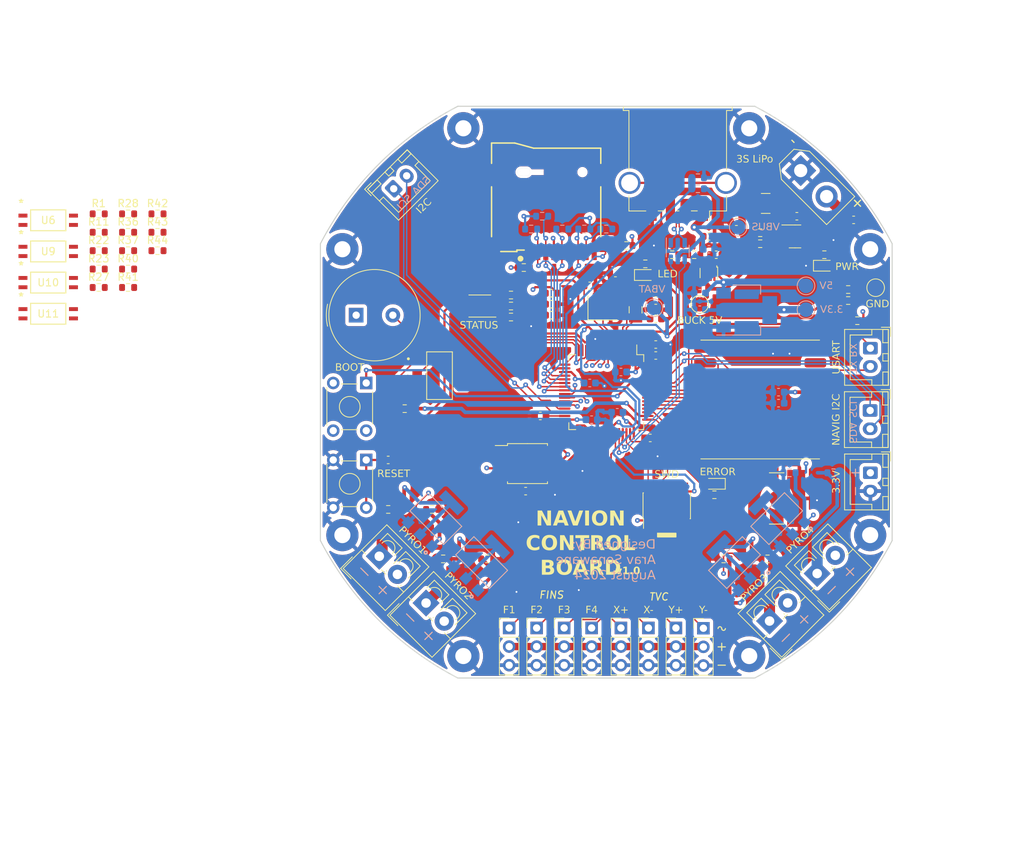
<source format=kicad_pcb>
(kicad_pcb (version 20241229) (generator "pcbnew") (generator_version "9.0")
  (layers (0 "F.Cu" signal) (4 "In1.Cu" power) (6 "In2.Cu" power) (2 "B.Cu" signal) (13 "F.Paste" user) (15 "B.Paste" user) (5 "F.SilkS" user "F.Silkscreen") (7 "B.SilkS" user "B.Silkscreen") (1 "F.Mask" user) (3 "B.Mask" user) (25 "Edge.Cuts" user))
  (net 0 "")
  (net 1 "GND")
  (net 2 "Net-(U1-VCAP_1)")
  (net 3 "Net-(U1-VCAP_2)")
  (net 4 "+3.3VA")
  (net 5 "+3.3V")
  (net 6 "HSE_IN")
  (net 7 "HSE_OUT")
  (net 8 "+BATT")
  (net 9 "BUCK_+5V")
  (net 10 "VBUS")
  (net 11 "LSE_IN")
  (net 12 "LSE_OUT")
  (net 13 "+5V")
  (net 14 "ERROR_LED")
  (net 15 "STATUS_R")
  (net 16 "STATUS_G")
  (net 17 "STATUS_B")
  (net 18 "Net-(D4-K)")
  (net 19 "GENERAL_LED")
  (net 20 "Net-(J2-In)")
  (net 21 "/USB_RAW_D+")
  (net 22 "/USB_RAW_D-")
  (net 23 "SPI1_CSB")
  (net 24 "SPI1_MOSI")
  (net 25 "SPI1_SCK")
  (net 26 "SPI1_MISO")
  (net 27 "SD_DETECT")
  (net 28 "FIN_SERVO_1")
  (net 29 "FIN_SERVO_2")
  (net 30 "FIN_SERVO_3")
  (net 31 "FIN_SERVO_4")
  (net 32 "TVC_SERVO_X")
  (net 33 "TVC_SERVO_Y")
  (net 34 "SWD_NRST")
  (net 35 "I2C1_SCL")
  (net 36 "I2C1_SDA")
  (net 37 "I2C2_SCL")
  (net 38 "I2C2_SDA")
  (net 39 "USART1_TX")
  (net 40 "USART1_RX")
  (net 41 "PYRO_1")
  (net 42 "Net-(Q1-Pad2)")
  (net 43 "PYRO_2")
  (net 44 "Net-(Q2-Pad2)")
  (net 45 "PYRO_3")
  (net 46 "Net-(Q3-Pad2)")
  (net 47 "PYRO_4")
  (net 48 "Net-(Q4-Pad2)")
  (net 49 "BOOT0")
  (net 50 "VBAT_SENS")
  (net 51 "BUZZER")
  (net 52 "VBUS_SENS")
  (net 53 "PYRO_1_SENSE")
  (net 54 "SWD_IO")
  (net 55 "SWD_CLK")
  (net 56 "PYRO_2_SENSE")
  (net 57 "PYRO_3_SENSE")
  (net 58 "PYRO_4_SENSE")
  (net 59 "SPI2_CSB")
  (net 60 "SPI2_SCK")
  (net 61 "SPI2_MISO")
  (net 62 "SPI2_MOSI")
  (net 63 "USB_D-")
  (net 64 "USB_D+")
  (net 65 "RADIO_INT")
  (net 66 "RADIO_RESET")
  (net 67 "SPI3_CSB")
  (net 68 "SPI3_SCK")
  (net 69 "SPI3_MISO")
  (net 70 "SPI3_MOSI")
  (net 71 "Net-(U4-SW)")
  (net 72 "Net-(U4-VBST)")
  (net 73 "Net-(D1-K)")
  (net 74 "Net-(D2-KB)")
  (net 75 "Net-(D2-KG)")
  (net 76 "Net-(D2-KR)")
  (net 77 "Net-(D3-K)")
  (net 80 "Net-(J12-DAT2)")
  (net 81 "Net-(J12-DAT1)")
  (net 83 "unconnected-(J19-Shield-Pad5)")
  (net 84 "Net-(U3-PR1)")
  (net 85 "Net-(U4-VFB)")
  (net 92 "Net-(BZ1-+)")
  (net 93 "Net-(J17-Pin_1)")
  (net 94 "Net-(J18-Pin_1)")
  (net 95 "Net-(J20-Pin_1)")
  (net 96 "Net-(J21-Pin_1)")
  (net 97 "Net-(Q5-Pad1)")
  (net 98 "Net-(R28-Pad1)")
  (net 99 "Net-(R37-Pad1)")
  (net 100 "Net-(R41-Pad1)")
  (net 101 "Net-(R43-Pad1)")
  (footprint "Resistor_SMD:R_0603_1608Metric" (layer "F.Cu") (at 119.75 70 180)
    (property "Reference" "R8" (hide yes))
    (property "Value" "47K")
  )
  (footprint "LED_SMD:LED_0603_1608Metric" (layer "F.Cu") (at 146.75 72.75)
    (property "Reference" "D1" (hide yes))
    (property "Value" "GREEN LED")
  )
  (footprint "TerminalBlock_4Ucon:TerminalBlock_4Ucon_1x02_P3.50mm_Vertical" (layer "F.Cu") (at 139.275126 121.224874 45)
    (property "Reference" "J18" (hide yes))
    (property "Value" "PYRO3_OSTTE020104" (hide yes))
  )
  (footprint "Package_TO_SOT_SMD:SOT-583-8" (layer "F.Cu") (at 131 73.75 -90)
    (property "Reference" "U3" (hide yes))
    (property "Value" "TPS2117DRLR" (hide yes))
  )
  (footprint "Buzzer_Beeper:Buzzer_TDK_PS1240P02BT_D12.2mm_H6.5mm" (layer "F.Cu") (at 82.879216 79.5)
    (property "Reference" "BZ1" (hide yes))
    (property "Value" "PS1240" (hide yes))
  )
  (footprint "Capacitor_SMD:C_0603_1608Metric" (layer "F.Cu") (at 109.5 78)
    (property "Reference" "C17" (hide yes))
    (property "Value" "1uF")
  )
  (footprint "BUK9832-55A_CUX:TRANS_BUK9832-55A_CUX" (layer "F.Cu") (at 94.25 87.75)
    (property "Reference" "Q5" (hide yes))
    (property "Value" "BUK9832-55A_CUX")
  )
  (footprint "MountingHole:MountingHole_2.2mm_M2_Pad_TopBottom" (layer "F.Cu") (at 97.5 54)
    (property "Reference" "H1" (hide yes))
    (property "Value" "MountingHole_Pad" (hide yes))
  )
  (footprint "Resistor_SMD:R_0603_1608Metric" (layer "F.Cu") (at 104 79.75 180)
    (property "Reference" "R26" (hide yes))
    (property "Value" "220R")
  )
  (footprint "Capacitor_SMD:C_0603_1608Metric" (layer "F.Cu") (at 143 66)
    (property "Reference" "C21" (hide yes))
    (property "Value" "100nF")
  )
  (footprint "Resistor_SMD:R_0603_1608Metric" (layer "F.Cu") (at 150 77.5)
    (property "Reference" "R16" (hide yes))
    (property "Value" "300K")
  )
  (footprint "Connector_PinHeader_2.54mm:PinHeader_1x03_P2.54mm_Vertical" (layer "F.Cu") (at 111.25 122.17)
    (property "Reference" "J5" (hide yes))
    (property "Value" "F3")
  )
  (footprint "Connector_JST:JST_XH_B2B-XH-A_1x02_P2.50mm_Vertical" (layer "F.Cu") (at 88 62.25 45)
    (property "Reference" "J15" (hide yes))
    (property "Value" "I2C")
  )
  (footprint "Resistor_SMD:R_0603_1608Metric" (layer "F.Cu") (at 100.75 112.75 180)
    (property "Reference" "R32" (hide yes))
    (property "Value" "5K")
  )
  (footprint "Resistor_SMD:R_0603_1608Metric" (layer "F.Cu") (at 139 112.75)
    (property "Reference" "R19" (hide yes))
    (property "Value" "1")
  )
  (footprint "Resistor_SMD:R_0603_1608Metric" (layer "F.Cu") (at 47.755 68.19)
    (property "Reference" "R11")
    (property "Value" "10K")
  )
  (footprint "Resistor_SMD:R_0603_1608Metric" (layer "F.Cu") (at 129 71.25 180)
    (property "Reference" "R4" (hide yes))
    (property "Value" "10K")
  )
  (footprint "Package_QFP:LQFP-64_10x10mm_P0.5mm" (layer "F.Cu") (at 117 90 -90)
    (property "Reference" "U1" (hide yes))
    (property "Value" "STM32405RGT6" (hide yes))
  )
  (footprint "Resistor_SMD:R_0603_1608Metric" (layer "F.Cu") (at 105.75 73)
    (property "Reference" "R10" (hide yes))
    (property "Value" "47K")
  )
  (footprint "Connector_JST:JST_XH_B2B-XH-A_1x02_P2.50mm_Vertical" (layer "F.Cu") (at 153 92.5 -90)
    (property "Reference" "J14" (hide yes))
    (property "Value" "NAVIG I2C")
  )
  (footprint "Resistor_SMD:R_0603_1608Metric" (layer "F.Cu") (at 51.765 75.72)
    (property "Reference" "R41")
    (property "Value" "68")
  )
  (footprint "Resistor_SMD:R_0603_1608Metric" (layer "F.Cu") (at 51.765 70.7)
    (property "Reference" "R37")
    (property "Value" "68")
  )
  (footprint "Capacitor_SMD:C_0603_1608Metric" (layer "F.Cu") (at 123.75 85)
    (property "Reference" "C2" (hide yes))
    (property "Value" "100nF")
  )
  (footprint "Package_SO:SOIC-8_5.23x5.23mm_P1.27mm" (layer "F.Cu") (at 106.25 99.75)
    (property "Reference" "U7" (hide yes))
    (property "Value" "W25Q128JVSIQ" (hide yes))
  )
  (footprint "Capacitor_SMD:C_0603_1608Metric" (layer "F.Cu") (at 123.75 83.5)
    (property "Reference" "C1" (hide yes))
    (property "Value" "4.7uF")
  )
  (footprint "Package_TO_SOT_SMD:SOT-23-6" (layer "F.Cu") (at 142.75 68.75)
    (property "Reference" "U4" (hide yes))
    (property "Value" "TPS563200" (hide yes))
  )
  (footprint "Capacitor_SMD:C_0603_1608Metric" (layer "F.Cu") (at 132 71.25)
    (property "Reference" "C20" (hide yes))
    (property "Value" "10uF")
  )
  (footprint "TerminalBlock_4Ucon:TerminalBlock_4Ucon_1x02_P3.50mm_Vertical" (layer "F.Cu") (at 92.415768 118.767932 -45)
    (property "Reference" "J20" (hide yes))
    (property "Value" "PYRO2_OSTTE020104" (hide yes))
  )
  (footprint "External:693071020811" (layer "F.Cu") (at 108.8 59.985 180)
    (property "Reference" "J12" (hide yes))
    (property "Value" "693071020811" (hide yes))
    (fp_line (start 3.4 -0.5) (end 2.7 -0.5) (stroke (width 0.01)) (layer "Edge.Cuts"))
    (fp_line (start 2.7 0.5) (end 3.4 0.5) (stroke (width 0.01)) (layer "Edge.Cuts"))
    (fp_arc (start 3.4 -0.5) (mid 3.9 0) (end 3.4 0.5) (stroke (width 0.01)) (layer "Edge.Cuts"))
    (fp_arc (start 2.7 0.5) (mid 2.2 0) (end 2.7 -0.5) (stroke (width 0.01)) (layer "Edge.Cuts"))
  )
  (footprint "Connector_PinHeader_2.54mm:PinHeader_1x03_P2.54mm_Vertical" (layer "F.Cu") (at 103.75 122.17)
    (property "Reference" "J7" (hide yes))
    (property "Value" "F1")
  )
  (footprint "Resistor_SMD:R_0603_1608Metric" (layer "F.Cu") (at 122.325 72.5 180)
    (property "Reference" "R39" (hide yes))
    (property "Value" "220R")
  )
  (footprint "Button_Switch_THT:SW_TH_Tactile_Omron_B3F-10xx" (layer "F.Cu") (at 84.25 99.25 -90)
    (property "Reference" "SW2" (hide yes))
    (property "Value" "Omron_B3F-10xx" (hide yes))
  )
  (footprint "MountingHole:MountingHole_2.2mm_M2_Pad_TopBottom" (layer "F.Cu") (at 153 109.5)
    (property "Reference" "H4" (hide yes))
    (property "Value" "MountingHole_Pad" (hide yes))
  )
  (footprint "Resistor_SMD:R_0603_1608Metric" (layer "F.Cu") (at 51.765 73.21)
    (property "Reference" "R40")
    (property "Value" "10K")
  )
  (footprint "Resistor_SMD:R_0603_1608Metric" (layer "F.Cu") (at 89.5 92.25)
    (property "Reference" "R31" (hide yes))
    (property "Value" "1K")
  )
  (footprint "Capacitor_SMD:C_0603_1608Metric" (layer "F.Cu") (at 87.25 99.25)
    (property "Reference" "C3" (hide yes))
    (property "Value" "100nF")
  )
  (footprint "Crystal:Crystal_SMD_3225-4Pin_3.2x2.5mm" (layer "F.Cu") (at 116.5 78.5)
    (property "Reference" "Y1" (hide yes))
    (property "Value" "12MHz_ECS-120-18-33-JGN-TR3" (hide yes))
  )
  (footprint "Resistor_SMD:R_0603_1608Metric" (layer "F.Cu") (at 94.75 112.75 180)
    (property "Reference" "R29" (hide yes))
    (property "Value" "1")
  )
  (footprint "Connector_PinHeader_2.54mm:PinHeader_1x03_P2.54mm_Vertical" (layer "F.Cu") (at 115 122.17)
    (property "Reference" "J4" (hide yes))
    (property "Value" "F4")
  )
  (footprint "MountingHole:MountingHole_2.2mm_M2_Pad_TopBottom" (layer "F.Cu") (at 81 109.5)
    (property "Reference" "H7" (hide yes))
    (property "Value" "MountingHole_Pad" (hide yes))
  )
  (footprint "RF_Module:HOPERF_RFM9XW_SMD" (layer "F.Cu") (at 138 91)
    (property "Reference" "U2" (hide yes))
    (property "Value" "RFM95W-915S2" (hide yes))
  )
  (footprint "Resistor_SMD:R_0603_1608Metric" (layer "F.Cu") (at 151.25 80.25)
    (property "Reference" "R12" (hide yes))
    (property "Value" "10K")
  )
  (footprint "Resistor_SMD:R_0603_1608Metric" (layer "F.Cu") (at 146.75 71.25)
    (property "Reference" "R17" (hide yes))
    (property "Value" "220R")
  )
  (footprint "Connector_PinHeader_2.54mm:PinHeader_1x03_P2.54mm_Vertical" (layer "F.Cu") (at 107.5 122.17)
    (property "Reference" "J6" (hide yes))
    (property "Value" "F2")
  )
  (footprint "Connector_PinHeader_2.54mm:PinHeader_1x03_P2.54mm_Vertical" (layer "F.Cu") (at 122.75 122.17)
    (property "Reference" "J9" (hide yes))
    (property "Value" "X-")
  )
  (footprint "MountingHole:MountingHole_2.2mm_M2_Pad_TopBottom" (layer "F.Cu") (at 81 70.5)
    (property "Reference" "H8" (hide yes))
    (property "Value" "MountingHole_Pad" (hide yes))
  )
  (footprint "Resistor_SMD:R_0603_1608Metric" (layer "F.Cu") (at 55.775 70.7)
    (property "Reference" "R44")
    (property "Value" "10K")
  )
  (footprint "Connector_PinHeader_1.27mm:PinHeader_2x05_P1.27mm_Vertical_SMD" (layer "F.Cu") (at 125.25 105.5 90)
    (property "Reference" "J1" (hide yes))
    (property "Value" "SWD")
  )
  (footprint "Resistor_SMD:R_0603_1608Metric" (layer "F.Cu") (at 150 76 180)
    (property "Reference" "R15" (hide yes))
    (property "Value" "1M")
  )
  (footprint "Capacitor_SMD:C_0603_1608Metric" (layer "F.Cu") (at 123.75 77.5)
    (property "Reference" "C7" (hide yes))
    (property "Value" "22pF")
  )
  (footprint "LED_SMD:LED_0603_1608Metric" (layer "F.Cu") (at 131.75 102.5 180)
    (property "Reference" "D3" (hide yes))
    (property "Value" "RED LED")
  )
  (footprint "TerminalBlock_4Ucon:TerminalBlock_4Ucon_1x02_P3.50mm_Vertical" (layer "F.Cu") (at 86.033981 112.38762 -45)
    (property "Reference" "J17" (hide yes))
    (property "Value" "PYRO1_OSTTE020104" (hide yes))
  )
  (footprint "Resistor_SMD:R_0603_1608Metric" (layer "F.Cu") (at 104 78.25 180)
    (property "Reference" "R25" (hide yes))
    (property "Value" "220R")
  )
  (footprint "External:SO4_TOS" (layer "F.Cu") (at 40.8658 70.8018)
    (property "Reference" "U9")
    (property "Value" "TLP293GB-TPL_E")
  )
  (footprint "MountingHole:MountingHole_2.2mm_M2_Pad_TopBottom" (layer "F.Cu") (at 153 70.5)
    (property "Reference" "H3" (hide yes))
    (property "Value" "MountingHole_Pad" (hide yes))
  )
  (footprint "Resistor_SMD:R_0603_1608Metric" (layer "F.Cu") (at 87.25 106 180)
    (property "Reference" "R18" (hide yes))
    (property "Value" "1")
  )
  (footprint "TestPoint:TestPoint_Pad_D2.0mm" (layer "F.Cu") (at 129.75 78)
    (property "Reference" "TP6" (hide yes))
    (property "Value" "BUCK 5V")
  )
  (footprint "TestPoint:TestPoint_Pad_D2.0mm" (layer "F.Cu") (at 153.75 75.75)
    (property "Reference" "TP3" (hide yes))
    (property "Value" "GND")
  )
  (footprint "Inductor_SMD:L_1210_3225Metric_Pad1.42x2.65mm_HandSolder" (layer "F.Cu") (at 138.75 64.25 180)
    (property "Reference" "L2" (hide yes))
    (property "Value" "3.3uH")
  )
  (footprint "Resistor_SMD:R_0603_1608Metric" (layer "F.Cu") (at 138 68.25)
    (property "Reference" "R13" (hide yes))
    (property "Value" "56.2K")
  )
  (footprint "External:SO4_TOS" (layer "F.Cu") (at 40.8658 79.3042)
    (property "Reference" "U11")
    (property "Value" "TLP293GB-TPL_E")
  )
  (footprint "Capacitor_SMD:C_0603_1608Metric" (layer "F.Cu") (at 123 96.25 180)
    (property "Reference" "C12" (hide yes))
    (property "Value" "2.2uF")
  )
  (footprint "Capacitor_SMD:C_0603_1608Metric" (layer "F.Cu") (at 109.5 79.5)
    (property "Reference" "C16" (hide yes))
    (property "Value" "100nF")
  )
  (footprint "Resistor_SMD:R_0603_1608Metric" (layer "F.Cu") (at 55.775 68.19)
    (property "Reference" "R43")
    (property "Value" "68")
  )
  (footprint "External:LINX_CONSMA001-SMD-G-T" (layer "F.Cu") (at 140.25 104.5 180)
    (property "Reference" "J2" (hide yes))
    (property "Value" "CONSMA001-SMD-G-T" (hide yes))
  )
  (footprint "Connector_PinHeader_2.54mm:PinHeader_1x03_P2.54mm_Vertical" (layer "F.Cu") (at 126.5 122.17)
    (property "Reference" "J10" (hide yes))
    (property "Value" "Y+")
  )
  (footprint "External:SO4_TOS" (layer "F.Cu") (at 40.8658 66.5506)
    (property "Reference" "U6")
    (property "Value" "TLP293GB-TPL_E")
  )
  (footprint "External:SO4_TOS" (layer "F.Cu") (at 40.8658 75.053)
    (property "Reference" "U10")
    (property "Value" "TLP293GB-TPL_E")
  )
  (footprint "Capacitor_SMD:C_0603_1608Metric" (layer "F.Cu") (at 131 68.75)
    (property "Reference" "C18" (hide yes))
    (property "Value" "1uF")
  )
  (footprint "Resistor_SMD:R_0603_1608Metric" (layer "F.Cu") (at 138 69.75 180)
    (property "Reference" "R14" (hide yes))
    (property "Value" "10K")
  )
  (footprint "Resistor_SMD:R_0603_1608Metric" (layer "F.Cu") (at 47.755 75.72)
    (property "Reference" "R27")
    (property "Value" "10K")
  )
  (footprint "Resistor_SMD:R_0603_1608Metric" (layer "F.Cu") (at 93.25 106 180)
    (property "Reference" "R20" (hide yes))
    (property "Value" "5K")
  )
  (footprint "Capacitor_SMD:C_0603_1608Metric" (layer "F.Cu") (at 108 93.25)
    (property "Reference" "C10" (hide yes))
    (property "Value" "2.2uF")
  )
  (footprint "Resistor_SMD:R_0603_1608Metric" (layer "F.Cu") (at 55.775 65.68)
    (property "Reference" "R42")
    (property "Value" "10K")
  )
  (footprint "Crystal:Crystal_SMD_3215-2Pin_3.2x1.5mm" (layer "F.Cu") (at 121 78.75 90)
    (property "Reference" "Y2" (hide yes))
    (property "Value" "32.768KHz_SC32S-7PF20PPM\n" (hide yes))
  )
  (footprint "LED_SMD:LED_Avago_PLCC6_3x2.8mm" (layer "F.Cu") (at 99.75 78.25 180)
    (property "Reference" "D2" (hide yes))
    (property "Value" "ASMT-YTB7-0AA02" (hide yes))
  )
  (footprint "Resistor_SMD:R_0603_1608Metric" (layer "F.Cu") (at 133 112.75)
    (property "Reference" "R21" (hide yes))
    (property "Value" "5K")
  )
  (footprint "Resistor_SMD:R_0603_1608Metric" (layer "F.Cu") (at 51.765 65.68)
    (property "Reference" "R28")
    (property "Value" "68")
  )
  (footprint "TerminalBlock_4Ucon:TerminalBlock_4Ucon_1x02_P3.50mm_Vertical" (layer "F.Cu") (at 145.771662 114.742255 45)
    (property "Reference" "J21" (hide yes))
    (property "Value" "PYRO4_OSTTE020104" (hide yes))
  )
  (footprint "MountingHole:MountingHole_2.2mm_M2_Pad_TopBottom" (layer "F.Cu") (at 97.5 126)
    (property "Reference" "H6" (hide yes))
    (property "Value" "MountingHole_Pad" (hide yes))
  )
  (footprint "Button_Switch_THT:SW_TH_Tactile_Omron_B3F-10xx" (layer "F.Cu") (at 84.25 88.75 -90)
    (property "Reference" "SW1" (hide yes))
    (property "Value" "Omron_B3F-10xx")
  )
  (footprint "Capacitor_SMD:C_0603_1608Metric" (layer "F.Cu") (at 123.75 80)
    (property "Reference" "C6" (hide yes))
    (property "Value" "22pF")
  )
  (footprint "Resistor_SMD:R_0603_1608Metric" (layer "F.Cu") (at 126 71.25)
    (property "Reference" "R5" (hide yes))
    (property "Value" "3.6K")
  )
  (footprint "Inductor_SMD:L_0603_1608Metric" (layer "F.Cu") (at 109.5 76.5 180)
    (property "Reference" "L1" (hide yes))
    (property "Value" "39nH")
  )
  (footprint "Capacitor_SMD:C_0603_1608Metric" (layer "F.Cu") (at 150.75 66.5)
    (property "Reference" "C19" (hide yes))
    (property "Value" "10uF")
  )
  (footprint "Resistor_SMD:R_0603_1608Metric" (layer "F.Cu") (at 51.765 68.19)
    (property "Reference" "R36")
    (property "Value" "10K")
  )
  (footprint "MountingHole:MountingHole_2.2mm_M2_Pad_TopBottom" (layer "F.Cu") (at 136.5 126)
    (property "Reference" "H5" (hide yes))
    (property "Value" "MountingHole_Pad" (hide yes))
  )
  (footprint "Resistor_SMD:R_0603_1608Metric" (layer "F.Cu") (at 47.755 65.68)
    (property "Reference" "R1")
    (property "Value" "100K")
  )
  (footprint "Capacitor_SMD:C_0603_1608Metric" (layer "F.Cu") (at 118.25 73.75)
    (property "Reference" "C8" (hide yes))
    (property "Value" "22pF")
  )
  (footprint "Resistor_SMD:R_0603_1608Metric" (layer "F.Cu") (at 104 76.75 180)
    (property "Reference" "R24" (hide yes))
    (property "Value" "220R")
  )
  (footprint "Resistor_SMD:R_0603_1608Metric" (layer "F.Cu") (at 47.755 73.21)
    (property "Reference" "R23")
    (property "Value" "10K")
  )
  (footprint "Connector_PinHeader_2.54mm:PinHeader_1x03_P2.54mm_Vertical" (layer "F.Cu") (at 130.25 122.21)
    (property "Reference" "J11" (hide yes))
    (property "Value" "Y-")
  )
  (footprint "Connector_AMASS:AMASS_XT30UPB-M_1x02_P5.0mm_Vertical" (layer "F.Cu") (at 143.522614 59.772614 -45)
    (property "Reference" "J3" (hide yes))
    (property "Value" "3S LiPo")
  )
  (footprint "Resistor_SMD:R_0603_1608Metric" (layer "F.Cu") (at 47.755 70.7)
    (property "Reference" "R22")
    (property "Value" "10K")
  )
  (footprint "Connector_JST:JST_XH_B2B-XH-A_1x02_P2.50mm_Vertical" (layer "F.Cu") (at 153.025 101 -90)
    (property "Reference" "J13" (hide yes))
    (property "Value" "3.3V")
  )
  (footprint "Capacitor_SMD:C_0603_1608Metric" (layer "F.Cu") (at 134.75 66.75 180)
    (property "Reference" "C22" (hide yes))
    (property "Value" "22uF")
  )
  (footprint "Connector_JST:JST_XH_B2B-XH-A_1x02_P2.50mm_Vertical" (layer "F.Cu") (at 153.025 84 -90)
    (property "Reference" "J16" (hide yes))
    (property "Value" "USART")
  )
  (footprint "Capacitor_SMD:C_0603_1608Metric" (layer "F.Cu") (at 114.75 75.5)
    (property "Reference" "C9" (hide yes))
    (property "Value" "22pF")
  )
  (footprint "Connector_PinHeader_2.54mm:PinHeader_1x03_P2.54mm_Vertical" (layer "F.Cu") (at 119 122.17)
    (property "Reference" "J8" (hide yes))
    (property "Value" "X+")
  )
  (footprint "Capacitor_SMD:C_0603_1608Metric" (layer "F.Cu") (at 106 103.5 180)
    (property "Reference" "C27" (hide yes))
    (property "Value" "100nF")
  )
  (footprint "Resistor_SMD:R_0603_1608Metric" (layer "F.Cu") (at 131.75 104)
    (property "Reference" "R38" (hide yes))
    (property "Value" "220R")
  )
  (footprint "LED_SMD:LED_0603_1608Metric" (layer "F.Cu") (at 122.331263 74.017617)
    (property "Reference" "D4" (hide yes))
    (property "Value" "BLUE LED")
  )
  (footprint "Connector_USB:USB_A_TE_292303-7_Horizontal" (layer "F.Cu") (at 126.75 58.75 180)
    (property "Reference" "J19" (hide yes))
    (property "Value" "USB_A_TE_292303-7_Horizontal" (hide yes))
  )
  (footprint "MountingHole:MountingHole_2.2mm_M2_Pad_TopBottom" (layer "F.Cu") (at 136.5 54)
    (property "Reference" "H2" (hide yes))
    (property "Value" "MountingHole_Pad" (hide yes))
  )
  (footprint "Resistor_SMD:R_0603_1608Metric" (layer "B.Cu") (at 108.25 66)
    (property "Reference" "R3" (hide yes))
    (property "Value" "47K")
  )
  (footprint "Capacitor_SMD:C_0603_1608Metric" (layer "B.Cu") (at 129.75 76.5 180)
    (property "Reference" "C23" (hide yes))
    (property "Value" "10uF")
  )
  (footprint "Capacitor_SMD:C_0603_1608Metric" (layer "B.Cu") (at 119 87.25 180)
    (property "Reference" "C13" (hide yes))
    (property "Value" "100nF")
  )
  (footprint "Capacitor_SMD:C_0603_1608Metric" (layer "B.Cu") (at 131 70.5)
    (property "Reference" "C28" (hide yes))
    (property "Value" "100nF")
  )
  (footprint "Resistor_SMD:R_0603_1608Metric" (layer "B.Cu") (at 129.5 62.25)
    (property "Reference" "R35" (hide yes))
    (property "Value" "33K")
  )
  (footprint "Resistor_SMD:R_0603_1608Metric" (layer "B.Cu") (at 114 67.75 180)
    (property "Reference" "R7" (hide yes))
    (property "Value" "47K")
  )
  (footprint "BUK9832-55A_CUX:TRANS_BUK9832-55A_CUX" (layer "B.Cu") (at 93.75 107.25 45)
    (property "Reference" "Q1" (hide yes))
    (property "Value" "BUK9832-55A_CUX")
  )
  (footprint "TestPoint:TestPoint_Pad_D2.0mm" (layer "B.Cu") (at 135 67.5 180)
    (property "Reference" "TP5" (hide yes))
    (property "Value" "VBUS")
  )
  (footprint "BUK9832-55A_CUX:TRANS_BUK9832-55A_CUX" (layer "B.Cu") (at 100 113.25 45)
    (property "Reference" "Q3" (hide yes))
    (property "Value" "BUK9832-55A_CUX")
  )
  (footprint "Capacitor_SMD:C_0603_1608Metric" (layer "B.Cu") (at 115 93.75)
    (property "Reference" "C4" (hide yes))
    (property "Value" "100nF")
  )
  (footprint "Resistor_SMD:R_0603_1608Metric" (layer "B.Cu") (at 129.5 60.75 180)
    (property "Reference" "R34" (hide yes))
    (property "Value" "82K")
  )
  (footprint "Package_TO_SOT_SMD:SOT-223-3_TabPin2" (layer "B.Cu") (at 136.15 78.8)
    (property "Reference" "U5" (hide yes))
    (property "Value" "AMS1117-3.3" (hide yes))
  )
  (footprint "BUK9832-55A_CUX:TRANS_BUK9832-55A_CUX" (layer "B.Cu") (at 140.25 107.25 135)
    (property "Reference" "Q4" (hide yes))
    (property "Value" "BUK9832-55A_CUX")
  )
  (footprint "Capacitor_SMD:C_0603_1608Metric" (layer "B.Cu") (at 140.5 90)
    (property "Reference" "C15" (hide yes))
    (property "Value" "10uF")
  )
  (footprint "TestPoint:TestPoint_Pad_D2.0mm" (layer "B.Cu") (at 123.5 78.5 180)
    (property "Reference" "TP4" (hide yes))
    (property "Value" "VBAT")
  )
  (footprint "Package_TO_SOT_SMD:SOT-23-6" (layer "B.Cu") (at 126.75 70.75 -90)
    (property "Reference" "U8" (hide yes))
    (property "Value" "USBLC6-2SC6" (hide yes))
  )
  (footprint "Capacitor_SMD:C_0603_1608Metric" (layer "B.Cu") (at 118.5 92.75 180)
    (property "Reference" "C11" (hide yes))
    (property "Value" "100nF")
  )
  (footprint "Resistor_SMD:R_0603_1608Metric" (layer "B.Cu") (at 111 67.75 180)
    (property "Reference" "R6" (hide yes))
    (property "Value" "47K")
  )
  (footprint "Resistor_SMD:R_0603_1608Metric" (layer "B.Cu") (at 148 101)
    (property "Reference" "R30" (hide yes))
    (property "Value" "1")
  )
  (footprint "Capacitor_SMD:C_0603_1608Metric" (layer "B.Cu") (at 114.75 88.75)
    (property "Reference" "C5" (hide yes))
    (property "Value" "100nF")
  )
  (footprint "Resistor_SMD:R_0603_1608Metric" (layer "B.Cu") (at 142 101)
    (property "Reference" "R33" (hide yes))
    (property "Value" "5K")
  )
  (footprint "Resistor_SMD:R_0603_1608Metric" (layer "B.Cu") (at 106.75 67.75)
    (property "Reference" "R2" (hide yes))
    (property "Value" "47K")
  )
  (footprint "Capacitor_SMD:C_0603_1608Metric" (layer "B.Cu") (at 129.75 78.75 180)
    (property "Reference" "C25" (hide yes))
    (property "Value" "10uF")
  )
  (footprint "Capacitor_SMD:C_0603_1608Metric" (layer "B.Cu") (at 140.5 91.5)
    (property "Reference" "C14" (hide yes))
    (property "Value" "100nF")
  )
  (footprint "BUK9832-55A_CUX:TRANS_BUK9832-55A_CUX" (layer "B.Cu") (at 134.5 113.25 135)
    (property "Reference" "Q2" (hide yes))
    (property "Value" "BUK9832-55A_CUX")
  )
  (footprint "TestPoint:TestPoint_Pad_D2.0mm" (layer "B.Cu") (at 144.25 78.75 180)
    (property "Reference" "TP1" (hide yes))
    (property "Value" "3.3V")
  )
  (footprint "TestPoint:TestPoint_Pad_D2.0mm" (layer "B.Cu") (at 144.25 75.5 180)
    (property "Reference" "TP2" (hide yes))
    (property "Value" "5V")
  )
  (footprint "Resistor_SMD:R_0603_1608Metric" (layer "B.Cu") (at 117 67.75 180)
    (property "Reference" "R9" (hide yes))
    (property "Value" "47K")
  )
  (gr_rect (start 124 109.25) (end 126.5 109.75) (stroke (width 0.15)) (fill yes) (layer "F.SilkS"))
  (gr_arc (start 133.25 122.25) (mid 133 122.5) (end 132.75 122.25) (stroke (width 0.15)) (layer "F.SilkS"))
  (gr_line (start 132.25 127.25) (end 133.25 127.25) (stroke (width 0.15)) (layer "F.SilkS"))
  (gr_line (start 132.75 124.25) (end 132.75 125.25) (stroke (width 0.15)) (layer "F.SilkS"))
  (gr_arc (start 132.25 122.25) (mid 132.5 122) (end 132.75 122.25) (stroke (width 0.15)) (layer "F.SilkS"))
  (gr_line (start 132.25 124.75) (end 133.25 124.75) (stroke (width 0.15)) (layer "F.SilkS"))
  (gr_line (start 89.75 120.25) (end 90.75 121.25) (stroke (width 0.15)) (layer "B.SilkS"))
  (gr_line (start 141 124) (end 142 123) (stroke (width 0.15)) (layer "B.SilkS"))
  (gr_line (start 150.5 101) (end 151.5 101) (stroke (width 0.15)) (layer "B.SilkS"))
  (gr_line (start 93.25 122.75) (end 92.25 123.75) (stroke (width 0.15)) (layer "B.SilkS"))
  (gr_line (start 151 100.5) (end 151 101.5) (stroke (width 0.15)) (layer "B.SilkS"))
  (gr_line (start 143.5 120.5) (end 144.5 121.5) (stroke (width 0.15)) (layer "B.SilkS"))
  (gr_line (start 83.5 114) (end 84.5 115) (stroke (width 0.15)) (layer "B.SilkS"))
  (gr_line (start 87 116.5) (end 86 117.5) (stroke (width 0.15)) (layer "B.SilkS"))
  (gr_line (start 151 104) (end 151 103) (stroke (width 0.15)) (layer "B.SilkS"))
  (gr_line (start 150.75 114) (end 149.75 115) (stroke (width 0.15)) (layer "B.SilkS"))
  (gr_line (start 86 116.5) (end 87 117.5) (stroke (width 0.15)) (layer "B.SilkS"))
  (gr_line (start 149.75 114) (end 150.75 115) (stroke (width 0.15)) (layer "B.SilkS"))
  (gr_line (start 92.25 122.75) (end 93.25 123.75) (stroke (width 0.15)) (layer "B.SilkS"))
  (gr_line (start 147.25 117.5) (end 148.25 116.5) (stroke (width 0.15)) (layer "B.SilkS"))
  (gr_line (start 144.5 120.5) (end 143.5 121.5) (stroke (width 0.15)) (layer "B.SilkS"))
  (gr_arc (start 137.25 51) (mid 148.072999 58.927001) (end 156 69.75) (stroke (width 0.15)) (layer "Edge.Cuts"))
  (gr_line (start 137.25 129) (end 96.75 129) (stroke (width 0.15)) (layer "Edge.Cuts"))
  (gr_line (start 156 69.75) (end 156 110.25) (stroke (width 0.15)) (layer "Edge.Cuts"))
  (gr_line (start 96.75 51) (end 137.25 51) (stroke (width 0.15)) (layer "Edge.Cuts"))
  (gr_arc (start 156 110.25) (mid 148.072999 121.072999) (end 137.25 129) (stroke (width 0.15)) (layer "Edge.Cuts"))
  (gr_line (start 78 110.25) (end 78 69.75) (stroke (width 0.15)) (layer "Edge.Cuts"))
  (gr_arc (start 78 69.75) (mid 85.927001 58.927001) (end 96.75 51) (stroke (width 0.15)) (layer "Edge.Cuts"))
  (gr_arc (start 96.75 129) (mid 85.927001 121.072999) (end 78 110.25) (stroke (width 0.15)) (layer "Edge.Cuts"))
  (gr_text "PYRO1" (at 88.5 109 315) (layer "F.SilkS") (effects (font (size 1 1)) (justify left bottom)))
  (gr_text "v1.0" (at 118.25 115 0) (layer "F.SilkS") (effects (font (size 1 1) (thickness 0.2) (bold yes)) (justify left bottom)))
  (gr_text "RESET" (at 85.75 101.75 0) (layer "F.SilkS") (effects (font (size 1 1)) (justify left bottom)))
  (gr_text "NAVION\nCONTROL\nBOARD" (at 113.5 115.25 0) (layer "F.SilkS") (effects (font (size 2 2) (thickness 0.4) (bold yes) (italic yes)) (justify bottom)))
  (gr_text "BOOT" (at 80 87.25 0) (layer "F.SilkS") (effects (font (size 1 1)) (justify left bottom)))
  (gr_text "PYRO2" (at 94.75 115.25 315) (layer "F.SilkS") (effects (font (size 1 1)) (justify left bottom)))
  (gr_text "ERROR" (at 129.75 101.5 0) (layer "F.SilkS") (effects (font (size 1 1)) (justify left bottom)))
  (gr_text "FINS" (at 107.75 118.25 0) (layer "F.SilkS") (effects (font (size 1 1) (thickness 0.15) (italic yes)) (justify left bottom)))
  (gr_text "LED" (at 124 74.5 0) (layer "F.SilkS") (effects (font (size 1 1)) (justify left bottom)))
  (gr_text "PYRO4" (at 142.25 112.25 45) (layer "F.SilkS") (effects (font (size 1 1)) (justify left bottom)))
  (gr_text "PYRO3" (at 136 118.75 45) (layer "F.SilkS") (effects (font (size 1 1)) (justify left bottom)))
  (gr_text "TVC" (at 122.75 118.5 0) (layer "F.SilkS") (effects (font (size 1 1) (thickness 0.15) (italic yes)) (justify left bottom)))
  (gr_text "STATUS" (at 97 81.5 0) (layer "F.SilkS") (effects (font (size 1 1)) (justify left bottom)))
  (gr_text "PWR" (at 148.25 73.5 0) (layer "F.SilkS") (effects (font (size 1 1)) (justify left bottom)))
  (gr_text "Designed By:\nArav Sonawane\nAugust 2024" (at 123.75 115.75 0) (layer "B.SilkS") (effects (font (size 1.25 1.25)) (justify left bottom mirror)))
  (gr_text "SCL" (at 90.75 63.75 45) (layer "B.SilkS") (effects (font (size 1 1)) (justify left bottom mirror)))
  (gr_text "TX" (at 150 87.5 270) (layer "B.SilkS") (effects (font (size 1 1)) (justify left bottom mirror)))
  (gr_text "SCL" (at 150 93.5 270) (layer "B.SilkS") (effects (font (size 1 1)) (justify left bottom mirror)))
  (gr_text "SDA" (at 93.25 61.25 45) (layer "B.SilkS") (effects (font (size 1 1)) (justify left bottom mirror)))
  (gr_text "SDA" (at 150 97 270) (layer "B.SilkS") (effects (font (size 1 1)) (justify left bottom mirror)))
  (gr_text "RX" (at 150 85.25 270) (layer "B.SilkS") (effects (font (size 1 1)) (justify left bottom mirror)))
  (segment (start 115.4 77.65) (end 116.75 76.3) (width 0.3) (layer "F.Cu") (net 1))
  (segment (start 132.775 71.975) (end 132.775 71.25) (width 0.3) (layer "F.Cu") (net 1))
  (segment (start 131.75 73) (end 132.775 71.975) (width 0.3) (layer "F.Cu") (net 1))
  (segment (start 124.25 86.75) (end 124.75 86.25) (width 0.3) (layer "F.Cu") (net 1))
  (segment (start 122.675 86.75) (end 124.25 86.75) (width 0.3) (layer "F.Cu") (net 1))
  (segment (start 110.25 86.75) (end 110 87) (width 0.3) (layer "F.Cu") (net 1))
  (segment (start 115.25 83) (end 115.5 82.75) (width 0.3) (layer "F.Cu") (net 1))
  (segment (start 116.75 76.3) (end 116.75 76) (width 0.3) (layer "F.Cu") (net 1))
  (segment (start 131.75 73.01) (end 131.75 73) (width 0.3) (layer "F.Cu") (net 1))
  (segment (start 111.325 86.75) (end 110.25 86.75) (width 0.3) (layer "F.Cu") (net 1))
  (segment (start 115.25 84.325) (end 115.25 83) (width 0.3) (layer "F.Cu") (net 1))
  (via (at 139.75 84.75) (size 0.65) (drill 0.25) (layers "F.Cu" "B.Cu") (net 1))
  (via (at 110 104) (size 0.65) (drill 0.25) (layers "F.Cu" "B.Cu") (net 1))
  (via (at 116.75 89.1505) (size 0.65) (drill 0.25) (layers "F.Cu" "B.Cu") (net 1))
  (via (at 142 84.75) (size 0.65) (drill 0.25) (layers "F.Cu" "B.Cu") (net 1))
  (via (at 106.75 81) (size 0.65) (drill 0.25) (layers "F.Cu" "B.Cu") (net 1))
  (via (at 104.75 117.25) (size 0.65) (drill 0.25) (layers "F.Cu" "B.Cu") (net 1))
  (via (at 144.25 72.75) (size 0.65) (drill 0.25) (layers "F.Cu" "B.Cu") (net 1))
  (via (at 115.5 82.75) (size 0.65) (drill 0.25) (layers "F.Cu" "B.Cu") (net 1))
  (via (at 123.5 70) (size 0.65) (drill 0.25) (layers "F.Cu" "B.Cu") (net 1))
  (via (at 119.004944 88.390367) (size 0.65) (drill 0.25) (layers "F.Cu" "B.Cu") (net 1))
  (via (at 105 107.75) (size 0.65) (drill 0.25) (layers "F.Cu" "B.Cu") (net 1))
  (via (at 113.25 117) (size 0.65) (drill 0.25) (layers "F.Cu" "B.Cu") (net 1))
  (via (at 145.75 104.75) (size 0.65) (drill 0.25) (layers "F.Cu" "B.Cu") (net 1))
  (via (at 124 98.75) (size 0.65) (drill 0.25) (layers "F.Cu" "B.Cu") (net 1))
  (via (at 112.105216 77.276377) (size 0.65) (drill 0.25) (layers "F.Cu" "B.Cu") (net 1))
  (via (at 148 69.25) (size 0.65) (drill 0.25) (layers "F.Cu" "B.Cu") (net 1))
  (via (at 125.75 83.5) (size 0.65) (drill 0.25) (layers "F.Cu" "B.Cu") (net 1))
  (via (at 113.75 100.75) (size 0.65) (drill 0.25) (layers "F.Cu" "B.Cu") (net 1))
  (segment (start 115.525 88.75) (end 116.3495 88.75) (width 0.3) (layer "B.Cu") (net 1))
  (segment (start 126.75 70.274999) (end 126.274999 70.75) (width 0.5) (layer "B.Cu") (net 1))
  (segment (start 116.3495 88.75) (end 116.75 89.1505) (width 0.3) (layer "B.Cu") (net 1))
  (segment (start 126.274999 70.75) (end 124.75 70.75) (width 0.5) (layer "B.Cu") (net 1))
  (segment (start 126.75 69.6125) (end 126.75 70.274999) (width 0.5) (layer "B.Cu") (net 1))
  (segment (start 108.775 93.25) (end 111.325 93.25) (width 0.2) (layer "F.Cu") (net 2))
  (segment (start 121.725 96.75) (end 120.51759 96.75) (width 0.2) (layer "F.Cu") (net 3))
  (segment (start 120.25 96.48241) (end 120.25 95.675) (width 0.2) (layer "F.Cu") (net 3))
  (segment (start 122.225 96.25) (end 121.725 96.75) (width 0.2) (layer "F.Cu") (net 3))
  (segment (start 120.51759 96.75) (end 120.25 96.48241) (width 0.2) (layer "F.Cu") (net 3))
  (segment (start 114.50312 83.2) (end 114.75 83.44688) (width 0.3) (layer "F.Cu") (net 4))
  (segment (start 108.725 78) (end 108.725 79.5) (width 0.3) (layer "F.Cu") (net 4))
  (segment (start 112.886395 82) (end 114.086396 83.2) (width 0.3) (layer "F.Cu") (net 4))
  (segment (start 108.725 79.5) (end 108.25 79.975) (width 0.3) (layer "F.Cu") (net 4))
  (segment (start 108.25 79.975) (end 108.25 81.5) (width 0.3) (layer "F.Cu") (net 4))
  (segment (start 108.7125 76.5) (end 108.7125 77.9875) (width 0.3) (layer "F.Cu") (net 4))
  (segment (start 108.25 81.5) (end 108.75 82) (width 0.3) (layer "F.Cu") (net 4))
  (segment (start 114.75 83.44688) (end 114.75 84.325) (width 0.3) (layer "F.Cu") (net 4))
  (segment (start 108.75 82) (end 112.886395 82) (width 0.3) (layer "F.Cu") (net 4))
  (segment (start 114.086396 83.2) (end 114.50312 83.2) (width 0.3) (layer "F.Cu") (net 4))
  (segment (start 108.7125 77.9875) (end 108.725 78) (width 0.3) (layer "F.Cu") (net 4))
  (segment (start 112.751003 88.206634) (end 112.751003 87.797883) (width 0.3) (layer "F.Cu") (net 5))
  (segment (start 121.25 107.5) (end 122.66 107.5) (width 0.3) (layer "F.Cu") (net 5))
  (segment (start 122.66 107.5) (end 122.71 107.45) (width 0.3) (layer "F.Cu") (net 5))
  (segment (start 109.85 97.845) (end 111.095 97.845) (width 0.3) (layer "F.Cu") (net 5))
  (segment (start 122.975 83.5) (end 121.575 83.5) (width 0.3) (layer "F.Cu") (net 5))
  (segment (start 112.751003 87.797883) (end 112.20312 87.25) (width 0.3) (layer "F.Cu") (net 5))
  (segment (start 120.75 94.79688) (end 120.75 95.675) (width 0.3) (layer "F.Cu") (net 5))
  (segment (start 109.85 71.035) (end 109.85 69.1) (width 0.3) (layer "F.Cu") (net 5))
  (segment (start 106.775 103.5) (end 106.775 99.725) (width 0.3) (layer "F.Cu") (net 5))
  (segment (start 121 87.04688) (end 121.79688 86.25) (width 0.3) (layer "F.Cu") (net 5))
  (segment (start 106.115 100.385) (end 102.65 100.385) (width 0.3) (layer "F.Cu") (net 5))
  (segment (start 107.385 99.115) (end 106.775 99.725) (width 0.3) (layer "F.Cu") (net 5))
  (segment (start 111.135 99.115) (end 111.75 98.5) (width 0.3) (layer "F.Cu") (net 5))
  (segment (start 120.575 68.825) (end 120.5 68.75) (width 0.3) (layer "F.Cu") (net 5))
  (segment (start 152 79) (end 152.075 79.075) (width 0.3) (layer "F.Cu") (net 5))
  (segment (start 106.775 99.725) (end 108.655 97.845) (width 0.3) (layer "F.Cu") (net 5))
  (segment (start 106.775 99.725) (end 106.115 100.385) (width 0.3) (layer "F.Cu") (net 5))
  (segment (start 109.85 99.115) (end 111.135 99.115) (width 0.3) (layer "F.Cu") (net 5))
  (segment (start 104 73) (end 104.925 73) (width 0.3) (layer "F.Cu") (net 5))
  (segment (start 100.726808 100.385) (end 100.683453 100.341645) (width 0.3) (layer "F.Cu") (net 5))
  (segment (start 109.4625 75.675) (end 110.2875 76.5) (width 0.3) (layer "F.Cu") (net 5))
  (segment (start 141.25 78.75) (end 145.5 78.75) (width 0.3) (layer "F.Cu") (net 5))
  (segment (start 121.79688 86.25) (end 122.675 86.25) (width 0.3) (layer "F.Cu") (net 5))
  (segment (start 121.425 85) (end 120.75 84.325) (width 0.3) (layer "F.Cu") (net 5))
  (segment (start 142.75 90) (end 145.525 90) (width 0.5) (layer "F.Cu") (net 5))
  (segment (start 152 79) (end 152.175 79) (width 0.3) (layer "F.Cu") (net 5))
  (segment (start 111.095 97.845) (end 111.75 98.5) (width 0.3) (layer "F.Cu") (net 5))
  (segment (start 147.5375 76.7125) (end 147.5375 72.75) (width 0.3) (layer "F.Cu") (net 5))
  (segment (start 122.975 85) (end 121.425 85) (width 0.3) (layer "F.Cu") (net 5))
  (segment (start 122.975 85) (end 122.25 85) (width 0.3) (layer "F.Cu") (net 5))
  (segment (start 152.075 79.075) (end 152.075 80.25) (width 0.3) (layer "F.Cu") (net 5))
  (segment (start 121 86.25) (end 121 87.25) (width 0.3) (layer "F.Cu") (net 5))
  (segment (start 119.75 94) (end 119.95312 94) (width 0.3) (layer "F.Cu") (net 5))
  (segment (start 112.20312 87.25) (end 111.325 87.25) (width 0.3) (layer "F.Cu") (net 5))
  (segment (start 102.65 100.385) (end 100.726808 100.385) (width 0.3) (layer "F.Cu") (net 5))
  (segment (start 109.85 99.115) (end 107.385 99.115) (width 0.3) (layer "F.Cu") (net 5))
  (segment (start 113 93.75) (end 111.325 93.75) (width 0.3) (layer "F.Cu") (net 5))
  (segment (start 109.85 69.1) (end 109.75 69) (width 0.3) (layer "F.Cu") (net 5))
  (segment (start 119.95312 94) (end 120.75 94.79688) (width 0.3) (layer "F.Cu") (net 5))
  (segment (start 122.25 85) (end 121 86.25) (width 0.3) (layer "F.Cu") (net 5))
  (segment (start 121.575 83.5) (end 120.75 84.325) (width 0.3) (layer "F.Cu") (net 5))
  (segment (start 145.5 78.75) (end 147.5375 76.7125) (width 0.3) (layer "F.Cu") (net 5))
  (segment (start 121 87.25) (end 121 87.04688) (width 0.3) (layer "F.Cu") (net 5))
  (segment (start 107 76) (end 107.325 75.675) (width 0.3) (layer "F.Cu") (net 5))
  (segment (start 107.325 75.675) (end 109.4625 75.675) (width 0.3) (layer "F.Cu") (net 5))
  (segment (start 108.655 97.845) (end 109.85 97.845) (width 0.3) (layer "F.Cu") (net 5))
  (segment (start 120.575 70) (end 120.575 68.825) (width 0.3) (layer "F.Cu") (net 5))
  (via (at 107 76) (size 0.65) (drill 0.25) (layers "F.Cu" "B.Cu") (net 5))
  (via (at 105.75 66) (size 0.65) (drill 0.25) (layers "F.Cu" "B.Cu") (net 5))
  (via (at 152 79) (size 0.65) (drill 0.25) (layers "F.Cu" "B.Cu") (net 5))
  (via (at 119.75 94) (size 0.65) (drill 0.25) (layers "F.Cu" "B.Cu") (net 5))
  (via (at 121 87.25) (size 0.65) (drill 0.25) (layers "F.Cu" "B.Cu") (net 5))
  (via (at 141.25 78.75) (size 0.9) (drill 0.4) (layers "F.Cu" "B.Cu") (net 5))
  (via (at 112.751003 88.206634) (size 0.65) (drill 0.25) (layers "F.Cu" "B.Cu") (net 5))
  (via (at 104 73) (size 0.65) (drill 0.25) (layers "F.Cu" "B.Cu") (net 5))
  (via (at 109.75 69) (size 0.65) (drill 0.25) (layers "F.Cu" "B.Cu") (net 5))
  (via (at 100.683453 100.341645) (size 0.65) (drill 0.25) (layers "F.Cu" "B.Cu") (net 5))
  (via (at 111.75 98.5) (size 0.65) (drill 0.25) (layers "F.Cu" "B.Cu") (net 5))
  (via (at 121.25 107.5) (size 0.65) (drill 0.25) (layers "F.Cu" "B.Cu") (net 5))
  (via (at 120.5 68.75) (size 0.65) (drill 0.25) (layers "F.Cu" "B.Cu") (net 5))
  (via (at 113 93.75) (size 0.65) (drill 0.25) (layers "F.Cu" "B.Cu") (net 5))
  (via (at 142.75 90) (size 0.65) (drill 0.25) (layers "F.Cu" "B.Cu") (net 5))
  (via (at 114.75 66.25) (size 0.65) (drill 0.25) (layers "F.Cu" "B.Cu") (net 5))
  (segment (start 117 66.925) (end 117.825 67.75) (width 0.3) (layer "B.Cu") (net 5))
  (segment (start 141.275 91.5) (end 141.275 89.99) (width 0.5) (layer "B.Cu") (net 5))
  (segment (start 141.25 78.75) (end 144.25 78.75) (width 1) (layer "B.Cu") (net 5))
  (segment (start 107.425 66) (end 105.75 66) (width 0.3) (layer "B.Cu") (net 5))
  (segment (start 113.325 66.25) (end 114.75 66.25) (width 0.3) (layer "B.Cu") (net 5))
  (segment (start 119.275 93.525) (end 119.275 92.75) (width 0.3) (layer "B.Cu") (net 5))
  (segment (start 113.975 88.75) (end 113.431634 88.206634) (width 0.3) (layer "B.Cu") (net 5))
  (segment (start 133 78.8) (end 130.575 78.8) (width 0.5) (layer "B.Cu") (net 5))
  (segment (start 114.225 93.75) (end 113 93.75) (width 0.3) (layer "B.Cu") (net 5))
  (segment (start 114.75 66.25) (end 114.75 67.675) (width 0.3) (layer "B.Cu") (net 5))
  (segment (start 115.65 66.925) (end 117 66.925) (width 0.3) (layer "B.Cu") (net 5))
  (segment (start 141.275 89.99) (end 142.74 89.99) (width 0.5) (layer "B.Cu") (net 5))
  (segment (start 121 87.25) (end 119.775 87.25) (width 0.3) (layer "B.Cu") (net 5))
  (segment (start 139.35 78.75) (end 139.3 78.8) (width 1) (layer "B.Cu") (net 5))
  (segment (start 113.431634 88.206634) (end 112.751003 88.206634) (width 0.3) (layer "B.Cu") (net 5))
  (segment (start 114.75 67.675) (end 114.825 67.75) (width 0.3) (layer "B.Cu") (net 5))
  (segment (start 141.25 78.75) (end 139.35 78.75) (width 1) (layer "B.Cu") (net 5))
  (segment (start 142.74 89.99) (end 142.75 90) (width 0.5) (layer "B.Cu") (net 5))
  (segment (start 133 78.8) (end 139.3 78.8) (width 2) (layer "B.Cu") (net 5))
  (segment (start 119.75 94) (end 119.275 93.525) (width 0.3) (layer "B.Cu") (net 5))
  (segment (start 111.825 67.75) (end 113.325 66.25) (width 0.3) (layer "B.Cu") (net 5))
  (segment (start 114.825 67.75) (end 115.65 66.925) (width 0.3) (layer "B.Cu") (net 5))
  (segment (start 105.925 66.175) (end 105.75 66) (width 0.3) (layer "B.Cu") (net 5))
  (segment (start 130.575 78.8) (end 130.525 78.75) (width 0.5) (layer "B.Cu") (net 5))
  (segment (start 105.925 67.75) (end 105.925 66.175) (width 0.3) (layer "B.Cu") (net 5))
  (segment (start 118.75 83.093323) (end 118.75 84.325) (width 0.2) (layer "F.Cu") (net 6))
  (segment (start 117.6 77.65) (end 117.5 77.65) (width 0.2) (layer "F.Cu") (net 6))
  (segment (start 119.025 73.75) (end 119.025 75.475) (width 0.2) (layer "F.Cu") (net 6))
  (segment (start 116.556677 80.9) (end 118.75 83.093323) (width 0.2) (layer "F.Cu") (net 6))
  (segment (start 117.5 77.65) (end 116.556677 78.593323) (width 0.2) (layer "F.Cu") (net 6))
  (segment (start 119.025 75.475) (end 117.6 76.9) (width 0.2) (layer "F.Cu") (net 6))
  (segment (start 117.6 76.9) (end 117.6 77.65) (width 0.2) (layer "F.Cu") (net 6))
  (segment (start 116.556677 78.593323) (end 116.556677 80.9) (width 0.2) (layer "F.Cu") (net 6))
  (segment (start 115.4 79.35) (end 115.4 80.309009) (width 0.2) (layer "F.Cu") (net 7))
  (segment (start 115.4 80.309009) (end 118.25 83.159009) (width 0.2) (layer "F.Cu") (net 7))
  (segment (start 118.25 83.159009) (end 118.25 84.325) (width 0.2) (layer "F.Cu") (net 7))
  (segment (start 113.975 78.825) (end 114.5 79.35) (width 0.2) (layer "F.Cu") (net 7))
  (segment (start 114.5 79.35) (end 115.4 79.35) (width 0.2) (layer "F.Cu") (net 7))
  (segment (start 113.975 75.5) (end 113.975 78.825) (width 0.2) (layer "F.Cu") (net 7))
  (segment (start 142.274999 69.7) (end 143.224999 68.75) (width 0.5) (layer "F.Cu") (net 8))
  (segment (start 141.6125 69.7) (end 142.274999 69.7) (width 0.5) (layer "F.Cu") (net 8))
  (segment (start 150.75 75.146666) (end 149.75 74.146666) (width 1) (layer "F.Cu") (net 8))
  (segment (start 149.75 74.146666) (end 149.75 66.725) (width 1) (layer "F.Cu") (net 8))
  (segment (start 147.058148 63.308148) (end 147.058148 63.583148) (width 1) (layer "F.Cu") (net 8))
  (segment (start 150.75 76) (end 150.75 75.146666) (width 1) (layer "F.Cu") (net 8))
  (segment (start 143.8875 68.75) (end 145.5 68.75) (width 0.5) (layer "F.Cu") (net 8))
  (segment (start 149.75 66.725) (end 149.975 66.5) (width 1) (layer "F.Cu") (net 8))
  (segment (start 147.75 66.5) (end 149.975 66.5) (width 1.5) (layer "F.Cu") (net 8))
  (segment (start 145.5 68.75) (end 147.75 66.5) (width 1.5) (layer "F.Cu") (net 8))
  (segment (start 143.224999 68.75) (end 143.8875 68.75) (width 0.5) (layer "F.Cu") (net 8))
  (segment (start 149.975 66.225) (end 147.058148 63.308148) (width 1.5) (layer "F.Cu") (net 8))
  (segment (start 130.75 77) (end 129.75 78) (width 0.5) (layer "F.Cu") (net 9))
  (segment (start 133.372793 75.9) (end 135.525 73.747793) (width 0.5) (layer "F.Cu") (net 9))
  (segment (start 135.525 65.9875) (end 137.2625 64.25) (width 1) (layer "F.Cu") (net 9))
  (segment (start 130.75 75.25) (end 131.4 75.9) (width 0.5) (layer "F.Cu") (net 9))
  (segment (start 135.525 68.25) (end 135.525 66.75) (width 1) (layer "F.Cu") (net 9))
  (segment (start 135.525 68.25) (end 137.175 68.25) (width 1) (layer "F.Cu") (net 9))
  (segment (start 131.4 75.9) (end 133.372793 75.9) (width 0.5) (layer "F.Cu") (net 9))
  (segment (start 135.525 66.75) (end 135.525 65.9875) (width 1) (layer "F.Cu") (net 9))
  (segment (start 130.75 74.49) (end 130.75 75.25) (width 0.3) (layer "F.Cu") (net 9))
  (segment (start 130.75 75.25) (end 130.75 77) (width 0.5) (layer "F.Cu") (net 9))
  (segment (start 135.525 73.747793) (end 135.525 68.25) (width 0.5) (layer "F.Cu") (net 9))
  (segment (start 130.25 65.13) (end 130.25 66.25) (width 1) (layer "F.Cu") (net 10))
  (segment (start 129.825 69.15) (end 130.225 68.75) (width 0.3) (layer "F.Cu") (net 10))
  (segment (start 129.825 71.25) (end 129.825 69.15) (width 0.3) (layer "F.Cu") (net 10))
  (segment (start 130.75 73.01) (end 130.75 72.175) (width 0.3) (layer "F.Cu") (net 10))
  (segment (start 129 67.5) (end 130.225 68.725) (width 0.5) (layer "F.Cu") (net 10))
  (segment (start 130.25 74.037928) (end 130.25 74.49) (width 0.3) (layer "F.Cu") (net 10))
  (segment (start 130.75 72.175) (end 129.825 71.25) (width 0.3) (layer "F.Cu") (net 10))
  (segment (start 130.25 66.25) (end 129 67.5) (width 1) (layer "F.Cu") (net 10))
  (segment (start 130.75 73.537928) (end 130.25 74.037928) (width 0.3) (layer "F.Cu") (net 10))
  (segment (start 130.225 68.725) (end 130.225 68.75) (width 0.5) (layer "F.Cu") (net 10))
  (segment (start 130.75 73.01) (end 130.75 73.537928) (width 0.3) (layer "F.Cu") (net 10))
  (via (at 129 67.5) (size 0.9) (drill 0.4) (layers "F.Cu" "B.Cu") (net 10))
  (segment (start 130.25 68.75) (end 129 67.5) (width 0.5) (layer "B.Cu") (net 10))
  (segment (start 127.322316 70.75) (end 128.25 70.75) (width 0.5) (layer "B.Cu") (net 10))
  (segment (start 130.225 68.775) (end 130.25 68.75) (width 0.5) (layer "B.Cu") (net 10))
  (segment (start 132.25 63.75) (end 130.75 62.25) (width 0.5) (layer "B.Cu") (net 10))
  (segment (start 132.25 66) (end 132.25 63.75) (width 0.5) (layer "B.Cu") (net 10))
  (segment (start 126.8625 71.209816) (end 127.322316 70.75) (width 0.5) (layer "B.Cu") (net 10))
  (segment (start 130.75 67.5) (end 132.25 66) (width 0.5) (layer "B.Cu") (net 10))
  (segment (start 126.75 71.8875) (end 126.8625 71.8875) (width 0.5) (layer "B.Cu") (net 10))
  (segment (start 128.25 70.75) (end 130.25 68.75) (width 0.5) (layer "B.Cu") (net 10))
  (segment (start 129 67.5) (end 130.75 67.5) (width 0.5) (layer "B.Cu") (net 10))
  (segment (start 130.225 70.5) (end 130.225 68.775) (width 0.5) (layer "B.Cu") (net 10))
  (segment (start 129 67.5) (end 135 67.5) (width 0.5) (layer "B.Cu") (net 10))
  (segment (start 126.8625 71.8875) (end 126.8625 71.209816) (width 0.5) (layer "B.Cu") (net 10))
  (segment (start 130.75 62.25) (end 130.325 62.25) (width 0.5) (layer "B.Cu") (net 10))
  (segment (start 119.75 81.25) (end 119.75 84.325) (width 0.2) (layer "F.Cu") (net 11))
  (segment (start 122.975 80) (end 121 80) (width 0.2) (layer "F.Cu") (net 11))
  (segment (start 121 80) (end 119.75 81.25) (width 0.2) (layer "F.Cu") (net 11))
  (segment (start 119.8 78.7) (end 119.8 80.634314) (width 0.2) (layer "F.Cu") (net 12))
  (segment (start 119.25 81.184314) (end 119.25 84.325) (width 0.2) (layer "F.Cu") (net 12))
  (segment (start 121 77.5) (end 119.8 78.7) (width 0.2) (layer "F.Cu") (net 12))
  (segment (start 119.8 80.634314) (end 119.25 81.184314) (width 0.2) (layer "F.Cu") (net 12))
  (segment (start 122.975 77.5) (end 121 77.5) (width 0.2) (layer "F.Cu") (net 12))
  (segment (start 103.75 124.71) (end 107.5 124.71) (width 1) (layer "F.Cu") (net 13))
  (segment (start 130.21 124.71) (end 130.25 124.75) (width 1) (layer "F.Cu") (net 13))
  (segment (start 131.25 74.49) (end 131.25 73.75) (width 0.3) (layer "F.Cu") (net 13))
  (segment (start 126.5 124.71) (end 130.21 124.71) (width 1) (layer "F.Cu") (net 13))
  (segment (start 133 74.787928) (end 131.962072 73.75) (width 0.3) (layer "F.Cu") (net 13))
  (segment (start 111.25 124.71) (end 115 124.71) (width 1) (layer "F.Cu") (net 13))
  (segment (start 131.25 73.75) (end 131.25 73.01) (width 0.3) (layer "F.Cu") (net 13))
  (segment (start 115 124.71) (end 119 124.71) (width 1) (layer "F.Cu") (net 13))
  (segment (start 131.25 71.275) (end 131.225 71.25) (width 0.3) (layer "F.Cu") (net 13))
  (segment (start 107.5 124.71) (end 111.25 124.71) (width 1) (layer "F.Cu") (net 13))
  (segment (start 131.962072 73.75) (end 131.25 73.75) (width 0.3) (layer "F.Cu") (net 13))
  (segment (start 133 75) (end 133 74.787928) (width 0.3) (layer "F.Cu") (net 13))
  (segment (start 131.25 73.01) (end 131.25 71.275) (width 0.3) (layer "F.Cu") (net 13))
  (segment (start 119 124.71) (end 122.75 124.71) (width 1) (layer "F.Cu") (net 13))
  (segment (start 122.75 124.71) (end 126.5 124.71) (width 1) (layer "F.Cu") (net 13))
  (via (at 133 75) (size 0.9) (drill 0.4) (layers "F.Cu" "B.Cu") (net 13))
  (segment (start 144.25 75.5) (end 143.75 75) (width 0.5) (layer "B.Cu") (net 13))
  (segment (start 133 76.5) (end 133 75) (width 0.5) (layer "B.Cu") (net 13))
  (segment (start 133 75) (end 132.025 75) (width 0.5) (layer "B.Cu") (net 13))
  (segment (start 143.75 75) (end 133 75) (width 1) (layer "B.Cu") (net 13))
  (segment (start 132.025 75) (end 130.525 76.5) (width 0.5) (layer "B.Cu") (net 13))
  (segment (start 129.876722 102.5) (end 125.75 98.373278) (width 0.2) (layer "F.Cu") (net 14))
  (segment (start 130.9625 102.5) (end 129.876722 102.5) (width 0.2) (layer "F.Cu") (net 14))
  (segment (start 125.75 95.01759) (end 123.48241 92.75) (width 0.2) (layer "F.Cu") (net 14))
  (segment (start 125.75 98.373278) (end 125.75 95.01759) (width 0.2) (layer "F.Cu") (net 14))
  (segment (start 123.48241 92.75) (end 122.675 92.75) (width 0.2) (layer "F.Cu") (net 14))
  (segment (start 100.125 79.625) (end 102.95 82.45) (width 0.2) (layer "F.Cu") (net 15))
  (segment (start 99.35 77.35) (end 100.125 78.125) (width 0.2) (layer "F.Cu") (net 15))
  (segment (start 112.699999 82.45) (end 113.75 83.5) (width 0.2) (layer "F.Cu") (net 15))
  (segment (start 100.125 78.125) (end 100.125 79.625) (width 0.2) (layer "F.Cu") (net 15))
  (segment (start 98.275 77.35) (end 99.35 77.35) (width 0.2) (layer "F.Cu") (net 15))
  (segment (start 102.95 82.45) (end 112.699999 82.45) (width 0.2) (layer "F.Cu") (net 15))
  (segment (start 113.75 83.5) (end 113.75 84.325) (width 0.2) (layer "F.Cu") (net 15))
  (segment (start 99.725 78.7) (end 99.725 79.790686) (width 0.2) (layer "F.Cu") (net 16))
  (segment (start 112.534313 82.85) (end 113.25 83.565686) (width 0.2) (layer "F.Cu") (net 16))
  (segment (start 113.25 83.565686) (end 113.25 84.325) (width 0.2) (layer "F.Cu") (net 16))
  (segment (start 99.725 79.790686) (end 102.784314 82.85) (width 0.2) (layer "F.Cu") (net 16))
  (segment (start 98.275 78.25) (end 99.275 78.25) (width 0.2) (layer "F.Cu") (net 16))
  (segment (start 99.275 78.25) (end 99.725 78.7) (width 0.2) (layer "F.Cu") (net 16))
  (segment (start 102.784314 82.85) (end 112.534313 82.85) (width 0.2) (layer "F.Cu") (net 16))
  (segment (start 98.275 79.15) (end 98.9 79.15) (width 0.2) (layer "F.Cu") (net 17))
  (segment (start 99.325 79.956372) (end 102.618628 83.25) (width 0.2) (layer "F.Cu") (net 17))
  (segment (start 112.8 83.681372) (end 112.8 84.775) (width 0.2) (layer "F.Cu") (net 17))
  (segment (start 112.368628 83.25) (end 112.8 83.681372) (width 0.2) (layer "F.Cu") (net 17))
  (segment (start 102.618628 83.25) (end 112.368628 83.25) (width 0.2) (layer "F.Cu") (net 17))
  (segment (start 99.325 79.575) (end 99.325 79.956372) (width 0.2) (layer "F.Cu") (net 17))
  (segment (start 98.9 79.15) (end 99.325 79.575) (width 0.2) (layer "F.Cu") (net 17))
  (segment (start 112.8 84.775) (end 111.325 86.25) (width 0.2) (layer "F.Cu") (net 17))
  (segment (start 121.5 73.98125) (end 121.5375 74.01875) (width 0.3) (layer "F.Cu") (net 18))
  (segment (start 121.5 72.51875) (end 121.5 73.98125) (width 0.3) (layer "F.Cu") (net 18))
  (segment (start 125.665905 81.075) (end 125.2705 81.470405) (width 0.3) (layer "F.Cu") (net 19))
  (segment (start 123.1125 74.01875) (end 124.01875 74.01875) (width 0.3) (layer "F.Cu") (net 19))
  (segment (start 120.25 83.44688) (end 120.25 84.325) (width 0.3) (layer "F.Cu") (net 19))
  (segment (start 125.2705 81.470405) (end 125.2705 81.4795) (width 0.3) (layer "F.Cu") (net 19))
  (segment (start 121.94688 81.75) (end 120.25 83.44688) (width 0.3) (layer "F.Cu") (net 19))
  (segment (start 125 81.75) (end 121.94688 81.75) (width 0.3) (layer "F.Cu") (net 19))
  (segment (start 125.675 81.075) (end 125.665905 81.075) (width 0.3) (layer "F.Cu") (net 19))
  (segment (start 125.2705 81.4795) (end 125 81.75) (width 0.3) (layer "F.Cu") (net 19))
  (segment (start 124.01875 74.01875) (end 126.75 76.75) (width 0.3) (layer "F.Cu") (net 19))
  (segment (start 126.75 76.75) (end 126.75 80) (width 0.3) (layer "F.Cu") (net 19))
  (segment (start 126.75 80) (end 125.675 81.075) (width 0.3) (layer "F.Cu") (net 19))
  (segment (start 140.25 100) (end 142.25 98) (width 0.5) (layer "F.Cu") (net 20))
  (segment (start 140.25 104.5) (end 140.25 100) (width 0.5) (layer "F.Cu") (net 20))
  (segment (start 142.25 98) (end 145.525 98) (width 0.5) (layer "F.Cu") (net 20))
  (segment (start 125.75 65.13) (end 125.75 66.005) (width 0.17) (layer "F.Cu") (net 21))
  (segment (start 126.555 66.81) (end 126.555 67.445) (width 0.17) (layer "F.Cu") (net 21))
  (segment (start 125.75 66.005) (end 126.555 66.81) (width 0.17) (layer "F.Cu") (net 21))
  (segment (start 126.555 67.445) (end 126.25 67.75) (width 0.17) (layer "F.Cu") (net 21))
  (via (at 126.25 67.75) (size 0.65) (drill 0.25) (layers "F.Cu" "B.Cu") (net 21))
  (segment (start 126.555 68.055) (end 126.25 67.75) (width 0.17) (layer "B.Cu") (net 21))
  (segment (start 125.8 69.6125) (end 125.8 69.25) (width 0.17) (layer "B.Cu") (net 21))
  (segment (start 125.8 69.25) (end 126.555 68.495) (width 0.17) (layer "B.Cu") (net 21))
  (segment (start 126.555 68.495) (end 126.555 68.055) (width 0.17) (layer "B.Cu") (net 21))
  (segment (start 127.75 65.13) (end 127.75 66.005) (width 0.17) (layer "F.Cu") (net 22))
  (segment (start 126.945 67.445) (end 127.25 67.75) (width 0.17) (layer "F.Cu") (net 22))
  (segment (start 127.75 66.005) (end 126.945 66.81) (width 0.17) (layer "F.Cu") (net 22))
  (segment (start 126.945 66.81) (end 126.945 67.445) (width 0.17) (layer "F.Cu") (net 22))
  (via (at 127.25 67.75) (size 0.65) (drill 0.25) (layers "F.Cu" "B.Cu") (net 22))
  (segment (start 126.945 68.495) (end 126.945 68.055) (width 0.17) (layer "B.Cu") (net 22))
  (segment (start 127.7 69.6125) (end 127.7 69.25) (width 0.17) (layer "B.Cu") (net 22))
  (segment (start 126.945 68.055) (end 127.25 67.75) (width 0.17) (layer "B.Cu") (net 22))
  (segment (start 127.7 69.25) (end 126.945 68.495) (width 0.17) (layer "B.Cu") (net 22))
  (segment (start 107.65 72.65) (end 107.75 72.75) (width 0.2) (layer "F.Cu") (net 23))
  (segment (start 107.65 71.035) (end 107.65 69.15) (width 0.2) (layer "F.Cu") (net 23))
  (segment (start 107.65 71.035) (end 107.65 72.65) (width 0.2) (layer "F.Cu") (net 23))
  (segment (start 107.65 69.15) (end 107.5 69) (width 0.2) (layer "F.Cu") (net 23))
  (segment (start 109.633884 87.75) (end 111.325 87.75) (width 0.2) (layer "F.Cu") (net 23))
  (segment (start 108.605679 86.643146) (end 108.605679 86.721795) (width 0.2) (layer "F.Cu") (net 23))
  (segment (start 108.605679 86.721795) (end 109.633884 87.75) (width 0.2) (layer "F.Cu") (net 23))
  (via (at 108.605679 86.643146) (size 0.65) (drill 0.25) (layers "F.Cu" "B.Cu") (net 23))
  (via (at 107.5 69) (size 0.65) (drill 0.25) (layers "F.Cu" "B.Cu") (net 23))
  (via (at 107.75 72.75) (size 0.65) (drill 0.25) (layers "F.Cu" "B.Cu") (net 23))
  (segment (start 107.575 68.925) (end 107.5 69) (width 0.2) (layer "B.Cu") (net 23))
  (segment (start 107.575 67.75) (end 107.575 68.925) (width 0.2) (layer "B.Cu") (net 23))
  (segment (start 109.9 85.348825) (end 109.9 73.016116) (width 0.2) (layer "B.Cu") (net 23))
  (segment (start 108.375 72.125) (end 107.75 72.75) (width 0.2) (layer "B.Cu") (net 23))
  (segment (start 109.9 73.016116) (end 109.008884 72.125) (width 0.2) (layer "B.Cu") (net 23))
  (segment (start 109.008884 72.125) (end 108.375 72.125) (width 0.2) (layer "B.Cu") (net 23))
  (segment (start 108.605679 86.643146) (end 109.9 85.348825) (width 0.2) (layer "B.Cu") (net 23))
  (segment (start 108.75 71.035) (end 108.75 69) (width 0.2) (layer "F.Cu") (net 24))
  (segment (start 108.75 71.035) (end 108.75 72.75) (width 0.2) (layer "F.Cu") (net 24))
  (segment (start 107.860582 89.25) (end 111.325 89.25) (width 0.2) (layer "F.Cu") (net 24))
  (via (at 107.860582 89.25) (size 0.65) (drill 0.25) (layers "F.Cu" "B.Cu") (net 24))
  (via (at 108.75 72.75) (size 0.65) (drill 0.25) (layers "F.Cu" "B.Cu") (net 24))
  (via (at 108.75 69) (size 0.65) (drill 0.25) (layers "F.Cu" "B.Cu") (net 24))
  (segment (start 107.75 86.433058) (end 109.5 84.683058) (width 0.2) (layer "B.Cu") (net 24))
  (segment (start 109.5 84.683058) (end 109.5 73.5) (width 0.2) (layer "B.Cu") (net 24))
  (segment (start 107.860582 89.25) (end 107.75 89.139418) (width 0.2) (layer "B.Cu") (net 24))
  (segment (start 109.5 73.5) (end 108.75 72.75) (width 0.2) (layer "B.Cu") (net 24))
  (segment (start 108.475 66.6) (end 108.475 68.725) (width 0.2) (layer "B.Cu") (net 24))
  (segment (start 109.075 66) (end 108.475 66.6) (width 0.2) (layer "B.Cu") (net 24))
  (segment (start 107.75 89.139418) (end 107.75 86.433058) (width 0.2) (layer "B.Cu") (net 24))
  (segment (start 108.475 68.725) (end 108.75 69) (width 0.2) (layer "B.Cu") (net 24))
  (segment (start 110.95 69.05) (end 111 69) (width 0.2) (layer "F.Cu") (net 25))
  (segment (start 110.95 72.7) (end 111 72.75) (width 0.2) (layer "F.Cu") (net 25))
  (segment (start 109.383884 88.25) (end 111.325 88.25) (width 0.2) (layer "F.Cu") (net 25))
  (segment (start 110.95 71.035) (end 110.95 72.7) (width 0.2) (layer "F.Cu") (net 25))
  (segment (start 108.484695 87.483989) (end 108.617873 87.483989) (width 0.2) (layer "F.Cu") (net 25))
  (segment (start 108.617873 87.483989) (end 109.383884 88.25) (width 0.2) (layer "F.Cu") (net 25))
  (segment (start 110.95 71.035) (end 110.95 69.05) (width 0.2) (layer "F.Cu") (net 25))
  (via (at 108.484695 87.483989) (size 0.65) (drill 0.25) (layers "F.Cu" "B.Cu") (net 25))
  (via (at 111 69) (size 0.65) (drill 0.25) (layers "F.Cu" "B.Cu") (net 25))
  (via (at 111 72.75) (size 0.65) (drill 0.25) (layers "F.Cu" "B.Cu") (net 25))
  (segment (start 110.3 73.45) (end 111 72.75) (width 0.2) (layer "B.Cu") (net 25))
  (segment (start 108.484695 87.483989) (end 108.649895 87.483989) (width 0.2) (layer "B.Cu") (net 25))
  (segment (start 108.649895 87.483989) (end 110.3 85.833884) (width 0.2) (layer "B.Cu") (net 25))
  (segment (start 110.175 68.175) (end 111 69) (width 0.2) (layer "B.Cu") (net 25))
  (segment (start 110.3 85.833884) (end 110.3 73.45) (width 0.2) (layer "B.Cu") (net 25))
  (segment (start 110.175 67.75) (end 110.175 68.175) (width 0.2) (layer "B.Cu") (net 25))
  (segment (start 113.15 72.65) (end 113.25 72.75) (width 0.2) (layer "F.Cu") (net 26))
  (segment (start 113.15 69.15) (end 113 69) (width 0.2) (layer "F.Cu") (net 26))
  (segment (start 108.4995 88.5) (end 108.883884 88.5) (width 0.2) (layer "F.Cu") (net 26))
  (segment (start 113.15 71.035) (end 113.15 72.65) (width 0.2) (layer "F.Cu") (net 26))
  (segment (start 109.133884 88.75) (end 111.325 88.75) (width 0.2) (layer "F.Cu") (net 26))
  (segment (start 113.15 71.035) (end 113.15 69.15) (width 0.2) (layer "F.Cu") (net 26))
  (segment (start 108.883884 88.5) (end 109.133884 88.75) (width 0.2) (layer "F.Cu") (net 26))
  (via (at 113.25 72.75) (size 0.65) (drill 0.25) (layers "F.Cu" "B.Cu") (net 26))
  (via (at 113 69) (size 0.65) (drill 0.25) (layers "F.Cu" "B.Cu") (net 26))
  (via (at 108.4995 88.5) (size 0.65) (drill 0.25) (layers "F.Cu" "B.Cu") (net 26))
  (segment (start 110.7 75.3) (end 113.25 72.75) (width 0.2) (layer "B.Cu") (net 26))
  (segment (start 113.175 68.825) (end 113 69) (width 0.2) (layer "B.Cu") (net 26))
  (segment (start 110.7 86.183884) (end 110.7 75.3) (width 0.2) (layer "B.Cu") (net 26))
  (segment (start 108.4995 88.384384) (end 110.7 86.183884) (width 0.2) (layer "B.Cu") (net 26))
  (segment (start 113.175 67.75) (end 113.175 68.825) (width 0.2) (layer "B.Cu") (net 26))
  (segment (start 108.4995 88.5) (end 108.4995 88.384384) (width 0.2) (layer "B.Cu") (net 26))
  (segment (start 108.529779 89.8745) (end 108.654279 89.75) (width 0.2) (layer "F.Cu") (net 27))
  (segment (start 118.925 70) (end 116.915 70) (width 0.2) (layer "F.Cu") (net 27))
  (segment (start 116.9 71.1) (end 116.9 69.985) (width 0.2) (layer "F.Cu") (net 27))
  (segment (start 116.915 70) (end 116.9 69.985) (width 0.2) (layer "F.Cu") (net 27))
  (segment (start 108.654279 89.75) (end 111.325 89.75) (width 0.2) (layer "F.Cu") (net 27))
  (segment (start 116.5 71.5) (end 116.9 71.1) (width 0.2) (layer "F.Cu") (net 27))
  (via (at 116.5 71.5) (size 0.65) (drill 0.25) (layers "F.Cu" "B.Cu") (net 27))
  (via (at 108.529779 89.8745) (size 0.65) (drill 0.25) (layers "F.Cu" "B.Cu") (net 27))
  (segment (start 111.1 75.9) (end 111.1 87.304279) (width 0.2) (layer "B.Cu") (net 27))
  (segment (start 111.1 87.304279) (end 108.529779 89.8745) (width 0.2) (layer "B.Cu") (net 27))
  (segment (start 115.5 71.5) (end 111.1 75.9) (width 0.2) (layer "B.Cu") (net 27))
  (segment (start 116.5 71.5) (end 115.5 71.5) (width 0.2) (layer "B.Cu") (net 27))
  (segment (start 115.25 95.675) (end 115.25 120.22) (width 0.2) (layer "F.Cu") (net 28))
  (segment (start 105.7 120.22) (end 103.75 122.17) (width 0.2) (layer "F.Cu") (net 28))
  (segment (start 115.25 120.22) (end 105.7 120.22) (width 0.2) (layer "F.Cu") (net 28))
  (segment (start 115.418628 120.62) (end 109.05 120.62) (width 0.2) (layer "F.Cu") (net 29))
  (segment (start 115.75 120.288628) (end 115.418628 120.62) (width 0.2) (layer "F.Cu") (net 29))
  (segment (start 115.75 95.675) (end 115.75 120.288628) (width 0.2) (layer "F.Cu") (net 29))
  (segment (start 109.05 120.62) (end 107.5 122.17) (width 0.2) (layer "F.Cu") (net 29))
  (segment (start 116.25 95.675) (end 116.25 120.354314) (width 0.2) (layer "F.Cu") (net 30))
  (segment (start 112.4 121.02) (end 111.25 122.17) (width 0.2) (layer "F.Cu") (net 30))
  (segment (start 116.25 120.354314) (end 115.584314 121.02) (width 0.2) (layer "F.Cu") (net 30))
  (segment (start 115.584314 121.02) (end 112.4 121.02) (width 0.2) (layer "F.Cu") (net 30))
  (segment (start 116.75 95.675) (end 116.75 120.42) (width 0.2) (layer "F.Cu") (net 31))
  (segment (start 116.75 120.42) (end 115 122.17) (width 0.2) (layer "F.Cu") (net 31))
  (segment (start 117.25 95.675) (end 117.25 119.75) (width 0.2) (layer "F.Cu") (net 32))
  (segment (start 117.25 120.42) (end 119 122.17) (width 0.2) (layer "F.Cu") (net 32))
  (segment (start 118.25 120.75) (end 121.33 120.75) (width 0.2) (layer "F.Cu") (net 32))
  (segment (start 117.25 119.75) (end 118.25 120.75) (width 0.2) (layer "F.Cu") (net 32))
  (segment (start 117.25 95.675) (end 117.25 120.42) (width 0.2) (layer "F.Cu") (net 32))
  (segment (start 121.33 120.75) (end 122.75 122.17) (width 0.2) (layer "F.Cu") (net 32))
  (segment (start 117.65 118.9) (end 118.75 120) (width 0.2) (layer "F.Cu") (net 33))
  (segment (start 118.25 97.866116) (end 117.65 98.466116) (width 0.2) (layer "F.Cu") (net 33))
  (segment (start 118.75 120) (end 128.04 120) (width 0.2) (layer "F.Cu") (net 33))
  (segment (start 117.65 119.584314) (end 118.415686 120.35) (width 0.2) (layer "F.Cu") (net 33))
  (segment (start 118.415686 120.35) (end 124.68 120.35) (width 0.2) (layer "F.Cu") (net 33))
  (segment (start 117.65 98.466116) (end 117.65 118.9) (width 0.2) (layer "F.Cu") (net 33))
  (segment (start 128.04 120) (end 130.25 122.21) (width 0.2) (layer "F.Cu") (net 33))
  (segment (start 124.68 120.35) (end 126.5 122.17) (width 0.2) (layer "F.Cu") (net 33))
  (segment (start 118.25 95.675) (end 118.25 97.866116) (width 0.2) (layer "F.Cu") (net 33))
  (segment (start 117.65 98.466116) (end 117.65 119.584314) (width 0.2) (layer "F.Cu") (net 33))
  (segment (start 86.475 99.25) (end 94.925 90.8) (width 0.3) (layer "F.Cu") (net 34))
  (segment (start 114.5 81) (end 115.25 81.75) (width 0.3) (layer "F.Cu") (net 34))
  (segment (start 99.125 74.75) (end 112.5 74.75) (width 0.3) (layer "F.Cu") (net 34))
  (segment (start 117.75 83.295405) (end 117.75 84.325) (width 0.3) (layer "F.Cu") (net 34))
  (segment (start 94.925 78.95) (end 99.125 74.75) (width 0.3) (layer "F.Cu") (net 34))
  (segment (start 127.79 103.55) (end 128.95 103.55) (width 0.3) (layer "F.Cu") (net 34))
  (segment (start 113.175 75.425) (end 113.175 79.675) (width 0.3) (layer "F.Cu") (net 34))
  (segment (start 86.475 99.25) (end 84.25 99.25) (width 0.3) (layer "F.Cu") (net 34))
  (segment (start 113.175 79.675) (end 114.5 81) (width 0.3) (layer "F.Cu") (net 34))
  (segment (start 128.95 103.55) (end 129 103.5) (width 0.3) (layer "F.Cu") (net 34))
  (segment (start 116.204595 81.75) (end 117.75 83.295405) (width 0.3) (layer "F.Cu") (net 34))
  (segment (start 115.25 81.75) (end 116.204595 81.75) (width 0.3) (layer "F.Cu") (net 34))
  (segment (start 112.5 74.75) (end 113.175 75.425) (width 0.3) (layer "F.Cu") (net 34))
  (segment (start 84.25 99.25) (end 84.25 105.75) (width 0.3) (layer "F.Cu") (net 34))
  (segment (start 114.5 81) (end 114 81.5) (width 0.3) (layer "F.Cu") (net 34))
  (segment (start 94.925 90.8) (end 94.925 78.95) (width 0.3) (layer "F.Cu") (net 34))
  (via (at 114 81.5) (size 0.65) (drill 0.25) (layers "F.Cu" "B.Cu") (net 34))
  (via (at 129 103.5) (size 0.65) (drill 0.25) (layers "F.Cu" "B.Cu") (net 34))
  (segment (start 113.575 87) (end 114.075 87.5) (width 0.3) (layer "B.Cu") (net 34))
  (segment (start 114 81.5) (end 113.575 81.925) (width 0.3) (layer "B.Cu") (net 34))
  (segment (start 116.054095 87.5) (end 117.879095 89.325) (width 0.3) (layer "B.Cu") (net 34))
  (segment (start 129 102.5) (end 129 103.5) (width 0.3) (layer "B.Cu") (net 34))
  (segment (start 113.575 81.925) (end 113.575 87) (width 0.3) (layer "B.Cu") (net 34))
  (segment (start 118 98.454595) (end 120.795405 101.25) (width 0.3) (layer "B.Cu") (net 34))
  (segment (start 118 98.045405) (end 118 98.454595) (width 0.3) (layer "B.Cu") (net 34))
  (segment (start 114.075 87.5) (end 116.054095 87.5) (width 0.3) (layer "B.Cu") (net 34))
  (segment (start 121.5 94.545405) (end 118 98.045405) (width 0.3) (layer "B.Cu") (net 34))
  (segment (start 121.5 91.042894) (end 121.5 94.545405) (width 0.3) (layer "B.Cu") (net 34))
  (segment (start 119.782106 89.325) (end 121.5 91.042894) (width 0.3) (layer "B.Cu") (net 34))
  (segment (start 120.795405 101.25) (end 127.75 101.25) (width 0.3) (layer "B.Cu") (net 34))
  (segment (start 117.879095 89.325) (end 119.782106 89.325) (width 0.3) (layer "B.Cu") (net 34))
  (segment (start 127.75 101.25) (end 129 102.5) (width 0.3) (layer "B.Cu") (net 34))
  (segment (start 125.6255 87.75) (end 122.675 87.75) (width 0.2) (layer "F.Cu") (net 35))
  (segment (start 127.6255 85.75) (end 125.6255 87.75) (width 0.2) (layer "F.Cu") (net 35))
  (via (at 127.6255 85.75) (size 0.65) (drill 0.25) (layers "F.Cu" "B.Cu") (net 35))
  (segment (start 127.8755 85.5) (end 130.064314 85.5) (width 0.2) (layer "B.Cu") (net 35))
  (segment (start 153 90.315686) (end 153 92.5) (width 0.2) (layer "B.Cu") (net 35))
  (segment (start 148.834314 86.15) (end 153 90.315686) (width 0.2) (layer "B.Cu") (net 35))
  (segment (start 130.064314 85.5) (end 130.714315 86.15) (width 0.2) (layer "B.Cu") (net 35))
  (segment (start 130.714315 86.15) (end 148.834314 86.15) (width 0.2) (layer "B.Cu") (net 35))
  (segment (start 127.6255 85.75) (end 127.8755 85.5) (width 0.2) (layer "B.Cu") (net 35))
  (segment (start 124.75 87.25) (end 122.675 87.25) (width 0.2) (layer "F.Cu") (net 36))
  (segment (start 127.25 84.75) (end 124.75 87.25) (width 0.2) (layer "F.Cu") (net 36))
  (segment (start 127.6255 84.75) (end 127.25 84.75) (width 0.2) (layer "F.Cu") (net 36))
  (via (at 127.6255 84.75) (size 0.65) (drill 0.25) (layers "F.Cu" "B.Cu") (net 36))
  (segment (start 127.6255 84.75) (end 129.88 84.75) (width 0.2) (layer "B.Cu") (net 36))
  (segment (start 149 85.75) (end 154.35 91.1) (width 0.2) (layer "B.Cu") (net 36))
  (segment (start 129.88 84.75) (end 130.88 85.75) (width 0.2) (layer "B.Cu") (net 36))
  (segment (start 130.88 85.75) (end 149 85.75) (width 0.2) (layer "B.Cu") (net 36))
  (segment (start 154.35 93.65) (end 153 95) (width 0.2) (layer "B.Cu") (net 36))
  (segment (start 154.35 91.1) (end 154.35 93.65) (width 0.2) (layer "B.Cu") (net 36))
  (segment (start 109.32188 91.125) (end 110.44688 92.25) (width 0.2) (layer "F.Cu") (net 37))
  (segment (start 110.44688 92.25) (end 111.325 92.25) (width 0.2) (layer "F.Cu") (net 37))
  (segment (start 108.125 91.125) (end 109.32188 91.125) (width 0.2) (layer "F.Cu") (net 37))
  (segment (start 106 89) (end 108.125 91.125) (width 0.2) (layer "F.Cu") (net 37))
  (via (at 106 89) (size 0.65) (drill 0.25) (layers "F.Cu" "B.Cu") (net 37))
  (segment (start 89.367767 74.617767) (end 89.367767 63.617767) (width 0.2) (layer "B.Cu") (net 37))
  (segment (start 105.575 89.425) (end 104.175 89.425) (width 0.2) (layer "B.Cu") (net 37))
  (segment (start 104.175 89.425) (end 89.367767 74.617767) (width 0.2) (layer "B.Cu") (net 37))
  (segment (start 106 89) (end 105.575 89.425) (width 0.2) (layer "B.Cu") (net 37))
  (segment (start 89.367767 63.617767) (end 88 62.25) (width 0.2) (layer "B.Cu") (net 37))
  (segment (start 108.444408 91.625) (end 109.569408 92.75) (width 0.2) (layer "F.Cu") (net 38))
  (segment (start 109.569408 92.75) (end 111.325 92.75) (width 0.2) (layer "F.Cu") (net 38))
  (segment (start 104.5 88.75) (end 107.375 91.625) (width 0.2) (layer "F.Cu") (net 38))
  (segment (start 107.375 91.625) (end 108.444408 91.625) (width 0.2) (layer "F.Cu") (net 38))
  (via (at 104.5 88.75) (size 0.65) (drill 0.25) (layers "F.Cu" "B.Cu") (net 38))
  (segment (start 89.767767 74.017767) (end 89.767767 60.482233) (width 0.2) (layer "B.Cu") (net 38))
  (segment (start 104.5 88.75) (end 89.767767 74.017767) (width 0.2) (layer "B.Cu") (net 38))
  (segment (start 131.888278 85.065) (end 129.061722 85.065) (width 0.2) (layer "F.Cu") (net 39))
  (segment (start 152.775 87) (end 133.823278 87) (width 0.2) (layer "F.Cu") (net 39))
  (segment (start 129.061722 85.065) (end 128.65 85.476722) (width 0.2) (layer "F.Cu") (net 39))
  (segment (start 128.65 85.476722) (end 128.65 87.1) (width 0.2) (layer "F.Cu") (net 39))
  (segment (start 133.823278 87) (end 131.888278 85.065) (width 0.2) (layer "F.Cu") (net 39))
  (segment (start 126.5 89.25) (end 122.675 89.25) (width 0.2) (layer "F.Cu") (net 39))
  (segment (start 128.65 87.1) (end 126.5 89.25) (width 0.2) (layer "F.Cu") (net 39))
  (segment (start 129.85 81.15) (end 128.25 82.75) (width 0.2) (layer "F.Cu") (net 40))
  (segment (start 150.425 80.25) (end 150.425 81.15) (width 0.2) (layer "F.Cu") (net 40))
  (segment (start 152.025 82.75) (end 153.025 83.75) (width 0.2) (layer "F.Cu") (net 40))
  (segment (start 128.25 82.75) (end 128.25 86.75) (width 0.2) (layer "F.Cu") (net 40))
  (segment (start 150.425 81.15) (end 129.85 81.15) (width 0.2) (layer "F.Cu") (net 40))
  (segment (start 128.25 86.75) (end 126.25 88.75) (width 0.2) (layer "F.Cu") (net 40))
  (segment (start 126.25 88.75) (end 122.675 88.75) (width 0.2) (layer "F.Cu") (net 40))
  (segment (start 153.025 83.75) (end 153.025 84) (width 0.2) (layer "F.Cu") (net 40))
  (segment (start 150.425 81.15) (end 152.025 82.75) (width 0.2) (layer "F.Cu") (net 40))
  (segment (start 94.25 107.825) (end 92.425 106) (width 0.5) (layer "F.Cu") (net 41))
  (segment (start 117.25 86.31498) (end 117.25 84.325) (width 0.2) (layer "F.Cu") (net 41))
  (segment (start 94.25 110) (end 94.25 107.825) (width 0.5) (layer "F.Cu") (net 41))
  (segment (start 117.150824 86.414156) (end 117.25 86.31498) (width 0.2) (layer "F.Cu") (net 41))
  (via (at 94.25 110) (size 0.65) (drill 0.25) (layers "F.Cu" "B.Cu") (net 41))
  (via (at 117.150824 86.414156) (size 0.65) (drill 0.25) (layers "F.Cu" "B.Cu") (net 41))
  (segment (start 93.21967 111.03033) (end 94.25 110) (width 0.5) (layer "B.Cu") (net 41))
  (segment (start 93.21967 111.033021) (end 93.21967 111.03033) (width 0.5) (layer "B.Cu") (net 41))
  (segment (start 89.5 103) (end 89.425 103.075) (width 0.5) (layer "F.Cu") (net 42))
  (segment (start 89.425 103.075) (end 89.425 106) (width 0.5) (layer "F.Cu") (net 42))
  (segment (start 88.075 106) (end 89.425 106) (width 0.5) (layer "F.Cu") (net 42))
  (via (at 89.5 103) (size 0.65) (drill 0.25) (layers "F.Cu" "B.Cu") (net 42))
  (segment (start 95.906676 105.093324) (end 91.593324 109.406676) (width 0.5) (layer "B.Cu") (net 42))
  (segment (start 91.593324 105.093324) (end 95.906676 105.093324) (width 0.5) (layer "B.Cu") (net 42))
  (segment (start 89.5 103) (end 91.593324 105.093324) (width 0.5) (layer "B.Cu") (net 42))
  (segment (start 101.875 114.625) (end 100.5 116) (width 0.5) (layer "F.Cu") (net 43))
  (segment (start 115.298989 86.356213) (end 116.25 85.405202) (width 0.2) (layer "F.Cu") (net 43))
  (segment (start 100 112.75) (end 101.875 114.625) (width 0.5) (layer "F.Cu") (net 43))
  (segment (start 99.925 112.75) (end 100 112.75) (width 0.5) (layer "F.Cu") (net 43))
  (segment (start 115.098347 86.356213) (end 115.298989 86.356213) (width 0.2) (layer "F.Cu") (net 43))
  (segment (start 116.25 85.405202) (end 116.25 84.325) (width 0.2) (layer "F.Cu") (net 43))
  (via (at 115.098347 86.356213) (size 0.65) (drill 0.25) (layers "F.Cu" "B.Cu") (net 43))
  (via (at 100.5 116) (size 0.65) (drill 0.25) (layers "F.Cu" "B.Cu") (net 43))
  (segment (start 99.46967 117.03033) (end 100.5 116) (width 0.5) (layer "B.Cu") (net 43))
  (segment (start 99.46967 117.033021) (end 99.46967 117.03033) (width 0.5) (layer "B.Cu") (net 43))
  (segment (start 138.175 112.75) (end 136.825 112.75) (width 0.5) (layer "F.Cu") (net 44))
  (segment (start 137 110) (end 136.825 110.175) (width 0.5) (layer "F.Cu") (net 44))
  (segment (start 136.825 110.175) (end 136.825 112.75) (width 0.5) (layer "F.Cu") (net 44))
  (via (at 137 110) (size 0.65) (drill 0.25) (layers "F.Cu" "B.Cu") (net 44))
  (segment (start 137 110) (end 135.906676 111.093324) (width 0.5) (layer "B.Cu") (net 44))
  (segment (start 132.343324 111.093324) (end 136.656676 115.406676) (width 0.5) (layer "B.Cu") (net 44))
  (segment (start 135.906676 111.093324) (end 132.343324 111.093324) (width 0.5) (layer "B.Cu") (net 44))
  (segment (start 133.825 118.325) (end 133.825 112.75) (width 0.5) (layer "F.Cu") (net 45))
  (segment (start 134.25 118.75) (end 133.825 118.325) (width 0.5) (layer "F.Cu") (net 45))
  (segment (start 135.25 118.75) (end 134.25 118.75) (width 0.5) (layer "F.Cu") (net 45))
  (segment (start 112.731364 89.055909) (end 112.731364 89.884752) (width 0.2) (layer "F.Cu") (net 45))
  (segment (start 112.731364 89.884752) (end 112.366116 90.25) (width 0.2) (layer "F.Cu") (net 45))
  (segment (start 112.366116 90.25) (end 111.325 90.25) (width 0.2) (layer "F.Cu") (net 45))
  (via (at 112.731364 89.055909) (size 0.65) (drill 0.25) (layers "F.Cu" "B.Cu") (net 45))
  (via (at 135.25 118.75) (size 0.65) (drill 0.25) (layers "F.Cu" "B.Cu") (net 45))
  (segment (start 135.25 118.75) (end 138.283021 115.716979) (width 0.5) (layer "B.Cu") (net 45))
  (segment (start 138.283021 115.716979) (end 138.283021 113.78033) (width 0.5) (layer "B.Cu") (net 45))
  (segment (start 96.925 110.075) (end 97 110) (width 0.5) (layer "F.Cu") (net 46))
  (segment (start 95.575 112.75) (end 96.925 112.75) (width 0.5) (layer "F.Cu") (net 46))
  (segment (start 96.925 112.75) (end 96.925 110.075) (width 0.5) (layer "F.Cu") (net 46))
  (via (at 97 110) (size 0.65) (drill 0.25) (layers "F.Cu" "B.Cu") (net 46))
  (segment (start 102.156676 111.093324) (end 98.093324 111.093324) (width 0.5) (layer "B.Cu") (net 46))
  (segment (start 98.093324 111.093324) (end 97 110) (width 0.5) (layer "B.Cu") (net 46))
  (segment (start 97.843324 115.406676) (end 102.156676 111.093324) (width 0.5) (layer "B.Cu") (net 46))
  (segment (start 113.48938 91.25) (end 111.325 91.25) (width 0.2) (layer "F.Cu") (net 47))
  (segment (start 113.518652 91.220728) (end 113.48938 91.25) (width 0.2) (layer "F.Cu") (net 47))
  (via (at 113.518652 91.220728) (size 0.65) (drill 0.25) (layers "F.Cu" "B.Cu") (net 47))
  (via (at 145.25 106.75) (size 0.65) (drill 0.25) (layers "F.Cu" "B.Cu") (net 47))
  (segment (start 144.033021 107.78033) (end 144.21967 107.78033) (width 0.2) (layer "B.Cu") (net 47))
  (segment (start 144.033021 104.533021) (end 142.825 103.325) (width 0.5) (layer "B.Cu") (net 47))
  (segment (start 144.21967 107.78033) (end 145.25 106.75) (width 0.2) (layer "B.Cu") (net 47))
  (segment (start 144.033021 107.78033) (end 144.033021 104.533021) (width 0.5) (layer "B.Cu") (net 47))
  (segment (start 142.825 103.325) (end 142.825 101) (width 0.5) (layer "B.Cu") (net 47))
  (segment (start 142.406676 109.406676) (end 143.25 110.25) (width 0.5) (layer "B.Cu") (net 48))
  (segment (start 138.093324 105.093324) (end 142.406676 109.406676) (width 0.5) (layer "B.Cu") (net 48))
  (segment (start 148.5 102.372056) (end 147.175 101.047056) (width 0.5) (layer "B.Cu") (net 48))
  (segment (start 147.175 101.047056) (end 147.175 101) (width 0.5) (layer "B.Cu") (net 48))
  (segment (start 148.5 105.5) (end 148.5 102.372056) (width 0.5) (layer "B.Cu") (net 48))
  (segment (start 143.75 110.25) (end 148.5 105.5) (width 0.5) (layer "B.Cu") (net 48))
  (segment (start 145.825 101) (end 147.175 101) (width 0.5) (layer "B.Cu") (net 48))
  (segment (start 143.25 110.25) (end 143.75 110.25) (width 0.5) (layer "B.Cu") (net 48))
  (segment (start 122.675 88.25) (end 120.7995 88.25) (width 0.3) (layer "F.Cu") (net 49))
  (segment (start 84.25 87) (end 84.25 88.75) (width 0.3) (layer "F.Cu") (net 49))
  (segment (start 120.7995 88.25) (end 118.5 90.5495) (width 0.3) (layer "F.Cu") (net 49))
  (via (at 118.5 90.5495) (size 0.65) (drill 0.25) (layers "F.Cu" "B.Cu") (net 49))
  (via (at 84.25 87) (size 0.65) (drill 0.25) (layers "F.Cu" "B.Cu") (net 49))
  (segment (start 84.25 87) (end 92.954595 87) (width 0.3) (layer "B.Cu") (net 49))
  (segment (start 96.504095 90.5495) (end 108.809374 90.5495) (width 0.3) (layer "B.Cu") (net 49))
  (segment (start 92.954595 87) (end 96.504095 90.5495) (width 0.3) (layer "B.Cu") (net 49))
  (segment (start 108.809374 90.5495) (end 108.813146 90.545728) (width 0.3) (layer "B.Cu") (net 49))
  (segment (start 108.813146 90.545728) (end 118.496228 90.545728) (width 0.3) (layer "B.Cu") (net 49))
  (segment (start 118.496228 90.545728) (end 118.5 90.5495) (width 0.3) (layer "B.Cu") (net 49))
  (segment (start 112.9005 85.989047) (end 113.489547 85.4) (width 0.2) (layer "F.Cu") (net 50))
  (segment (start 125.301646 82.353292) (end 126.954938 80.7) (width 0.3) (layer "F.Cu") (net 50))
  (segment (start 149.1 77.425) (end 149.175 77.5) (width 1) (layer "F.Cu") (net 50))
  (segment (start 114.25 85.13241) (end 114.25 84.325) (width 0.2) (layer "F.Cu") (net 50))
  (segment (start 149.1 76) (end 149.1 77.425) (width 1) (layer "F.Cu") (net 50))
  (segment (start 126.954938 80.7) (end 145.975 80.7) (width 0.3) (layer "F.Cu") (net 50))
  (segment (start 145.975 80.7) (end 149.175 77.5) (width 0.3) (layer "F.Cu") (net 50))
  (segment (start 113.489547 85.4) (end 113.98241 85.4) (width 0.2) (layer "F.Cu") (net 50))
  (segment (start 113.98241 85.4) (end 114.25 85.13241) (width 0.2) (layer "F.Cu") (net 50))
  (via (at 112.9005 85.989047) (size 0.65) (drill 0.25) (layers "F.Cu" "B.Cu") (net 50))
  (via (at 125.301646 82.353292) (size 0.65) (drill 0.25) (layers "F.Cu" "B.Cu") (net 50))
  (segment (start 112.9005 85.989047) (end 112.9005 81.644905) (width 0.3) (layer "B.Cu") (net 50))
  (segment (start 112.9005 81.644905) (end 113.720405 80.825) (width 0.3) (layer "B.Cu") (net 50))
  (segment (start 123.773354 80.825) (end 125.301646 82.353292) (width 0.3) (layer "B.Cu") (net 50))
  (segment (start 125.301646 82.353292) (end 125.301646 80.301646) (width 0.5) (layer "B.Cu") (net 50))
  (segment (start 113.720405 80.825) (end 123.773354 80.825) (width 0.3) (layer "B.Cu") (net 50))
  (segment (start 125.301646 80.301646) (end 123.5 78.5) (width 0.5) (layer "B.Cu") (net 50))
  (segment (start 119.75 91.5) (end 121.5 93.25) (width 0.3) (layer "F.Cu") (net 51))
  (segment (start 90.325 92.25) (end 92.25 92.25) (width 0.5) (layer "F.Cu") (net 51))
  (segment (start 121.5 93.25) (end 122.675 93.25) (width 0.3) (layer "F.Cu") (net 51))
  (via (at 119.75 91.5) (size 0.65) (drill 0.25) (layers "F.Cu" "B.Cu") (net 51))
  (via (at 92.25 92.25) (size 0.65) (drill 0.25) (layers "F.Cu" "B.Cu") (net 51))
  (segment (start 97.75 92.75) (end 114.269586 92.75) (width 0.5) (layer "B.Cu") (net 51))
  (segment (start 114.269586 92.75) (end 115.519586 91.5) (width 0.5) (layer "B.Cu") (net 51))
  (segment (start 92.25 92.25) (end 97.25 92.25) (width 0.5) (layer "B.Cu") (net 51))
  (segment (start 115.519586 91.5) (end 119.75 91.5) (width 0.5) (layer "B.Cu") (net 51))
  (segment (start 97.25 92.25) (end 97.75 92.75) (width 0.5) (layer "B.Cu") (net 51))
  (segment (start 117.75 94.79688) (end 117.75 95.675) (width 0.3) (layer "F.Cu") (net 52))
  (segment (start 118.446716 94.100164) (end 117.75 94.79688) (width 0.3) (layer "F.Cu") (net 52))
  (segment (start 118.707833 94.100164) (end 118.446716 94.100164) (width 0.3) (layer "F.Cu") (net 52))
  (via (at 118.707833 94.100164) (size 0.65) (drill 0.25) (layers "F.Cu" "B.Cu") (net 52))
  (segment (start 112.284325 89.825) (end 111.55 89.090675) (width 0.3) (layer "B.Cu") (net 52))
  (segment (start 119.575 89.825) (end 112.284325 89.825) (width 0.3) (layer "B.Cu") (net 52))
  (segment (start 128.675 60.75) (end 128.675 62.25) (width 1) (layer "B.Cu") (net 52))
  (segment (start 111.55 79.375) (end 128.675 62.25) (width 0.3) (layer "B.Cu") (net 52))
  (segment (start 119.282669 94.675) (end 120.575 94.675) (width 0.3) (layer "B.Cu") (net 52))
  (segment (start 121 94.25) (end 121 91.25) (width 0.3) (layer "B.Cu") (net 52))
  (segment (start 121 91.25) (end 119.575 89.825) (width 0.3) (layer "B.Cu") (net 52))
  (segment (start 111.55 89.090675) (end 111.55 79.375) (width 0.3) (layer "B.Cu") (net 52))
  (segment (start 120.575 94.675) (end 121 94.25) (width 0.3) (layer "B.Cu") (net 52))
  (segment (start 118.707833 94.100164) (end 119.282669 94.675) (width 0.3) (layer "B.Cu") (net 52))
  (segment (start 116.75 85.931802) (end 116.75 84.325) (width 0.2) (layer "F.Cu") (net 53))
  (segment (start 91.075 105.425) (end 91.075 106) (width 0.2) (layer "F.Cu") (net 53))
  (segment (start 116.14419 86.39419) (end 116.287612 86.39419) (width 0.2) (layer "F.Cu") (net 53))
  (segment (start 116.287612 86.39419) (end 116.75 85.931802) (width 0.2) (layer "F.Cu") (net 53))
  (segment (start 92.75 103.75) (end 91.075 105.425) (width 0.2) (layer "F.Cu") (net 53))
  (via (at 116.14419 86.39419) (size 0.65) (drill 0.25) (layers "F.Cu" "B.Cu") (net 53))
  (via (at 92.75 103.75) (size 0.65) (drill 0.25) (layers "F.Cu" "B.Cu") (net 53))
  (segment (start 119.75 96.887329) (end 122.71 99.847329) (width 0.17) (layer "F.Cu") (net 54))
  (segment (start 122.71 99.847329) (end 122.71 103.55) (width 0.17) (layer "F.Cu") (net 54))
  (segment (start 119.75 95.675) (end 119.75 96.887329) (width 0.17) (layer "F.Cu") (net 54))
  (segment (start 125.365 101.295) (end 123.98 102.68) (width 0.17) (layer "F.Cu") (net 55))
  (segment (start 123.98 102.68) (end 123.98 103.55) (width 0.17) (layer "F.Cu") (net 55))
  (segment (start 125.365 95.365) (end 125.365 101.295) (width 0.17) (layer "F.Cu") (net 55))
  (segment (start 122.675 93.75) (end 123.75 93.75) (width 0.17) (layer "F.Cu") (net 55))
  (segment (start 123.75 93.75) (end 125.365 95.365) (width 0.17) (layer "F.Cu") (net 55))
  (segment (start 115.75 85.339516) (end 115.75 84.325) (width 0.2) (layer "F.Cu") (net 56))
  (segment (start 114.25 86) (end 114.59688 85.65312) (width 0.2) (layer "F.Cu") (net 56))
  (segment (start 114.25 86.4005) (end 114.25 86) (width 0.2) (layer "F.Cu") (net 56))
  (segment (start 114.59688 85.65312) (end 115.436396 85.65312) (width 0.2) (layer "F.Cu") (net 56))
  (segment (start 115.436396 85.65312) (end 115.75 85.339516) (width 0.2) (layer "F.Cu") (net 56))
  (via (at 114.25 86.4005) (size 0.65) (drill 0.25) (layers "F.Cu" "B.Cu") (net 56))
  (segment (start 133 114.75) (end 133 112.387352) (width 0.2) (layer "F.Cu") (net 57))
  (segment (start 114.143652 91.254702) (end 114.143652 90.961844) (width 0.2) (layer "F.Cu") (net 57))
  (segment (start 114.143652 90.961844) (end 113.777536 90.595728) (width 0.2) (layer "F.Cu") (net 57))
  (segment (start 134.237648 111.975) (end 135.175 112.912352) (width 0.2) (layer "F.Cu") (net 57))
  (segment (start 114.367475 91.254702) (end 114.143652 91.254702) (width 0.2) (layer "F.Cu") (net 57))
  (segment (start 133.412352 111.975) (end 134.237648 111.975) (width 0.2) (layer "F.Cu") (net 57))
  (segment (start 112.616116 90.75) (end 111.325 90.75) (width 0.2) (layer "F.Cu") (net 57))
  (segment (start 133 112.387352) (end 133.412352 111.975) (width 0.2) (layer "F.Cu") (net 57))
  (segment (start 113.777536 90.595728) (end 112.770388 90.595728) (width 0.2) (layer "F.Cu") (net 57))
  (segment (start 112.770388 90.595728) (end 112.616116 90.75) (width 0.2) (layer "F.Cu") (net 57))
  (via (at 133 114.75) (size 0.65) (drill 0.25) (layers "F.Cu" "B.Cu") (net 57))
  (via (at 114.367475 91.254702) (size 0.65) (drill 0.25) (layers "F.Cu" "B.Cu") (net 57))
  (segment (start 112.616116 91.75) (end 111.325 91.75) (width 0.2) (layer "F.Cu") (net 58))
  (segment (start 113.062147 91.937147) (end 112.803263 91.937147) (width 0.2) (layer "F.Cu") (net 58))
  (segment (start 112.803263 91.937147) (end 112.616116 91.75) (width 0.2) (layer "F.Cu") (net 58))
  (via (at 113.062147 91.937147) (size 0.65) (drill 0.25) (layers "F.Cu" "B.Cu") (net 58))
  (via (at 144.25 99.75) (size 0.65) (drill 0.25) (layers "F.Cu" "B.Cu") (net 58))
  (segment (start 144.25 99.75) (end 144.25 100.925) (width 0.3) (layer "B.Cu") (net 58))
  (segment (start 144.25 100.925) (end 144.175 101) (width 0.3) (layer "B.Cu") (net 58))
  (segment (start 104.82 95.675) (end 113.25 95.675) (width 0.3) (layer "F.Cu") (net 59))
  (segment (start 102.65 97.845) (end 104.82 95.675) (width 0.3) (layer "F.Cu") (net 59))
  (segment (start 110.819595 100.385) (end 113.75 97.454595) (width 0.3) (layer "F.Cu") (net 60))
  (segment (start 109.85 100.385) (end 110.819595 100.385) (width 0.3) (layer "F.Cu") (net 60))
  (segment (start 113.75 97.454595) (end 113.75 95.675) (width 0.3) (layer "F.Cu") (net 60))
  (segment (start 101.5 98.206262) (end 101.5 97.483738) (width 0.3) (layer "F.Cu") (net 61))
  (segment (start 112.37188 95.175) (end 112.99688 94.55) (width 0.3) (layer "F.Cu") (net 61))
  (segment (start 102.408738 99.115) (end 101.5 98.206262) (width 0.3) (layer "F.Cu") (net 61))
  (segment (start 103.808738 95.175) (end 112.37188 95.175) (width 0.3) (layer "F.Cu") (net 61))
  (segment (start 114.00312 94.55) (end 114.25 94.79688) (width 0.3) (layer "F.Cu") (net 61))
  (segment (start 101.5 97.483738) (end 103.808738 95.175) (width 0.3) (layer "F.Cu") (net 61))
  (segment (start 114.25 94.79688) (end 114.25 95.675) (width 0.3) (layer "F.Cu") (net 61))
  (segment (start 102.65 99.115) (end 102.408738 99.115) (width 0.3) (layer "F.Cu") (net 61))
  (segment (start 112.99688 94.55) (end 114.00312 94.55) (width 0.3) (layer "F.Cu") (net 61))
  (segment (start 114.75 97.554999) (end 114.75 95.675) (width 0.3) (layer "F.Cu") (net 62))
  (segment (start 110.649999 101.655) (end 114.75 97.554999) (width 0.3) (layer "F.Cu") (net 62))
  (segment (start 109.85 101.655) (end 110.649999 101.655) (width 0.3) (layer "F.Cu") (net 62))
  (segment (start 118.75 98.25) (end 118.75 95.675) (width 0.17) (layer "F.Cu") (net 63))
  (via (at 118.75 98.25) (size 0.65) (drill 0.25) (layers "F.Cu" "B.Cu") (net 63))
  (segment (start 127.7 71.8875) (end 127.7 72.881251) (width 0.17) (layer "B.Cu") (net 63))
  (segment (start 119.441544 98.11) (end 119.301544 98.25) (width 0.17) (layer "B.Cu") (net 63))
  (segment (start 126.945 90.606544) (end 120.11 97.441544) (width 0.17) (layer "B.Cu") (net 63))
  (segment (start 127.7 72.881251) (end 126.945 73.636251) (width 0.17) (layer "B.Cu") (net 63))
  (segment (start 120.11 97.441544) (end 120.11 97.752671) (width 0.17) (layer "B.Cu") (net 63))
  (segment (start 119.301544 98.25) (end 118.75 98.25) (width 0.17) (layer "B.Cu") (net 63))
  (segment (start 119.752671 98.11) (end 119.441544 98.11) (width 0.17) (layer "B.Cu") (net 63))
  (segment (start 126.945 73.636251) (end 126.945 90.606544) (width 0.17) (layer "B.Cu") (net 63))
  (segment (start 120.11 97.752671) (end 119.752671 98.11) (width 0.17) (layer "B.Cu") (net 63))
  (segment (start 119.185 96.526196) (end 119.185 95.74) (width 0.17) (layer "F.Cu") (net 64))
  (segment (start 119.140001 97.140001) (end 119.140001 96.571195) (width 0.17) (layer "F.Cu") (net 64))
  (segment (start 119.185 95.74) (end 119.25 95.675) (width 0.17) (layer "F.Cu") (net 64))
  (segment (start 119.140001 96.571195) (end 119.185 96.526196) (width 0.17) (layer "F.Cu") (net 64))
  (segment (start 119.5 97.5) (end 119.140001 97.140001) (width 0.17) (layer "F.Cu") (net 64))
  (via (at 119.5 97.5) (size 0.65) (drill 0.25) (layers "F.Cu" "B.Cu") (net 64))
  (segment (start 126.555 73.636251) (end 126.555 90.445) (width 0.17) (layer "B.Cu") (net 64))
  (segment (start 125.8 71.8875) (end 125.8 72.881251) (width 0.17) (layer "B.Cu") (net 64))
  (segment (start 125.8 72.881251) (end 126.555 73.636251) (width 0.17) (layer "B.Cu") (net 64))
  (segment (start 126.555 90.445) (end 119.5 97.5) (width 0.17) (layer "B.Cu") (net 64))
  (segment (start 145.525 88) (end 133.75 88) (width 0.2) (layer "F.Cu") (net 65))
  (segment (start 127.434314 92.25) (end 122.675 92.25) (width 0.2) (layer "F.Cu") (net 65))
  (segment (start 129.061722 94.935) (end 128.7 94.573278) (width 0.2) (layer "F.Cu") (net 65))
  (segment (start 131.888278 94.935) (end 129.061722 94.935) (width 0.2) (layer "F.Cu") (net 65))
  (segment (start 128.7 93.515686) (end 127.434314 92.25) (width 0.2) (layer "F.Cu") (net 65))
  (segment (start 133.75 88) (end 132.25 89.5) (width 0.2) (layer "F.Cu") (net 65))
  (segment (start 132.25 89.5) (end 132.25 94.573278) (width 0.2) (layer "F.Cu") (net 65))
  (segment (start 132.25 94.573278) (end 131.888278 94.935) (width 0.2) (layer "F.Cu") (net 65))
  (segment (start 128.7 94.573278) (end 128.7 93.515686) (width 0.2) (layer "F.Cu") (net 65))
  (segment (start 127.5 91.75) (end 122.675 91.75) (width 0.2) (layer "F.Cu") (net 66))
  (segment (start 129.75 94) (end 127.5 91.75) (width 0.2) (layer "F.Cu") (net 66))
  (segment (start 130.475 94) (end 129.75 94) (width 0.2) (layer "F.Cu") (net 66))
  (segment (start 129.725 91.25) (end 122.675 91.25) (width 0.2) (layer "F.Cu") (net 67))
  (segment (start 130.475 92) (end 129.725 91.25) (width 0.2) (layer "F.Cu") (net 67))
  (segment (start 130.475 90) (end 129.725 90.75) (width 0.2) (layer "F.Cu") (net 68))
  (segment (start 129.725 90.75) (end 122.675 90.75) (width 0.2) (layer "F.Cu") (net 68))
  (segment (start 131.95 86) (end 132.25 86.3) (width 0.2) (layer "F.Cu") (net 69))
  (segment (start 132.25 86.3) (end 132.25 88.573278) (width 0.2) (layer "F.Cu") (net 69))
  (segment (start 132.25 88.573278) (end 131.888278 88.935) (width 0.2) (layer "F.Cu") (net 69))
  (segment (start 131.888278 88.935) (end 129.065 88.935) (width 0.2) (layer "F.Cu") (net 69))
  (segment (start 130.475 86) (end 131.95 86) (width 0.2) (layer "F.Cu") (net 69))
  (segment (start 129.065 88.935) (end 127.75 90.25) (width 0.2) (layer "F.Cu") (net 69))
  (segment (start 127.75 90.25) (end 122.675 90.25) (width 0.2) (layer "F.Cu") (net 69))
  (segment (start 130.475 88) (end 129.434314 88) (width 0.2) (layer "F.Cu") (net 70))
  (segment (start 127.684314 89.75) (end 122.675 89.75) (width 0.2) (layer "F.Cu") (net 70))
  (segment (start 129.434314 88) (end 127.684314 89.75) (width 0.2) (layer "F.Cu") (net 70))
  (segment (start 142.177684 68.75) (end 141.6125 68.75) (width 0.5) (layer "F.Cu") (net 71))
  (segment (start 140.475 64.25) (end 142.225 66) (width 1) (layer "F.Cu") (net 71))
  (segment (start 142.725 66.5) (end 142.725 68.202684) (width 0.5) (layer "F.Cu") (net 71))
  (segment (start 142.725 68.202684) (end 142.177684 68.75) (width 0.5) (layer "F.Cu") (net 71))
  (segment (start 140.2375 64.25) (end 140.475 64.25) (width 1) (layer "F.Cu") (net 71))
  (segment (start 142.225 66) (end 142.725 66.5) (width 0.5) (layer "F.Cu") (net 71))
  (segment (start 143.8875 66.1125) (end 143.775 66) (width 0.5) (layer "F.Cu") (net 72))
  (segment (start 143.8875 67.8) (end 143.8875 66.1125) (width 0.5) (layer "F.Cu") (net 72))
  (segment (start 145.9625 72.75) (end 145.9625 71.2875) (width 1) (layer "F.Cu") (net 73))
  (segment (start 101.225 79.15) (end 102.575 79.15) (width 0.2) (layer "F.Cu") (net 74))
  (segment (start 102.575 79.15) (end 103.175 79.75) (width 0.2) (layer "F.Cu") (net 74))
  (segment (start 101.225 78.25) (end 103.175 78.25) (width 0.2) (layer "F.Cu") (net 75))
  (segment (start 102.575 77.35) (end 103.175 76.75) (width 0.2) (layer "F.Cu") (net 76))
  (segment (start 101.225 77.35) (end 102.575 77.35) (width 0.2) (layer "F.Cu") (net 76))
  (segment (start 132.5375 103.9625) (end 132.575 104) (width 0.2) (layer "F.Cu") (net 77))
  (segment (start 132.5375 102.5) (end 132.5375 103.9625) (width 0.2) (layer "F.Cu") (net 77))
  (segment (start 106.55 72.975) (end 106.575 73) (width 0.2) (layer "F.Cu") (net 80))
  (segment (start 106.55 71.035) (end 106.55 72.975) (width 0.2) (layer "F.Cu") (net 80))
  (segment (start 114.25 71.035) (end 114.25 69) (width 0.2) (layer "F.Cu") (net 81))
  (via (at 114.25 69) (size 0.65) (drill 0.25) (layers "F.Cu" "B.Cu") (net 81))
  (segment (start 114.925 69) (end 114.25 69) (width 0.2) (layer "B.Cu") (net 81))
  (segment (start 116.175 67.75) (end 114.925 69) (width 0.2) (layer "B.Cu") (net 81))
  (segment (start 120.18 61.45) (end 133.32 61.45) (width 0.3) (layer "F.Cu") (net 83))
  (segment (start 129.935 73.01) (end 128.175 71.25) (width 0.3) (layer "F.Cu") (net 84))
  (segment (start 128.175 71.25) (end 126.825 71.25) (width 0.5) (layer "F.Cu") (net 84))
  (segment (start 130.25 73.01) (end 129.935 73.01) (width 0.3) (layer "F.Cu") (net 84))
  (segment (start 139.525 70.45) (end 138.825 69.75) (width 0.5) (layer "F.Cu") (net 85))
  (segment (start 143.1375 70.45) (end 139.525 70.45) (width 0.5) (layer "F.Cu") (net 85))
  (segment (start 138.825 68.25) (end 138.825 69.75) (width 1) (layer "F.Cu") (net 85))
  (segment (start 143.8875 69.7) (end 143.1375 70.45) (width 0.5) (layer "F.Cu") (net 85))
  (segment (start 92.75 86.2) (end 91.2 87.75) (width 0.2) (layer "F.Cu") (net 92))
  (segment (start 87.879216 79.5) (end 92.75 84.370784) (width 0.2) (layer "F.Cu") (net 92))
  (segment (start 92.75 84.370784) (end 92.75 86.2) (width 0.2) (layer "F.Cu") (net 92))
  (segment (start 86.425 112.125252) (end 86.025126 112.525126) (width 0.5) (layer "F.Cu") (net 93))
  (segment (start 86.425 106) (end 86.425 111.996601) (width 1.5) (layer "F.Cu") (net 93))
  (segment (start 86.425 111.996601) (end 86.033981 112.38762) (width 1.5) (layer "F.Cu") (net 93))
  (segment (start 139.825 117.493019) (end 139.275126 118.042893) (width 1.5) (layer "F.Cu") (net 94))
  (segment (start 139.825 112.75) (end 139.825 117.493019) (width 1.5) (layer "F.Cu") (net 94))
  (segment (start 139.275126 118.042893) (end 139.275126 121.224874) (width 1.5) (layer "F.Cu") (net 94))
  (segment (start 93.925 117.2587) (end 92.415768 118.767932) (width 1.5) (layer "F.Cu") (net 95))
  (segment (start 93.925 112.75) (end 93.925 117.2587) (width 1.5) (layer "F.Cu") (net 95))
  (segment (start 148.825 101) (end 149.7 101.875) (width 1.5) (layer "B.Cu") (net 96))
  (segment (start 145.771662 109.925394) (end 145.771662 114.742255) (width 1.5) (layer "B.Cu") (net 96))
  (segment (start 149.7 101.875) (end 149.7 105.997056) (width 1.5) (layer "B.Cu") (net 96))
  (segment (start 149.7 105.997056) (end 145.771662 109.925394) (width 1.5) (layer "B.Cu") (net 96))
  (segment (start 91.2 85.45) (end 88.675 87.975) (width 0.2) (layer "F.Cu") (net 97))
  (segment (start 88.675 87.975) (end 88.675 92.25) (width 0.2) (layer "F.Cu") (net 97))
  (zone (net 1) (net_name "GND") (layer "F.Cu") (name "GND Plane F") (priority 2) (connect_pads (clearance 0.5)) (min_thickness 0.25) (fill yes (thermal_gap 0.5) (thermal_bridge_width 0.5))
    (polygon (pts (xy 64.25 41.25) (xy 166.5 39) (xy 170.5 146.25) (xy 63.5 151)))
  )
  (zone (net 1) (net_name "GND") (layer "B.Cu") (name "GND Plane B") (priority 3) (connect_pads (clearance 0.5)) (min_thickness 0.25) (fill yes (thermal_gap 0.5) (thermal_bridge_width 0.5))
    (polygon (pts (xy 61.5 38.75) (xy 169 36.5) (xy 174 148.25) (xy 59.5 154)))
  )
)
</source>
